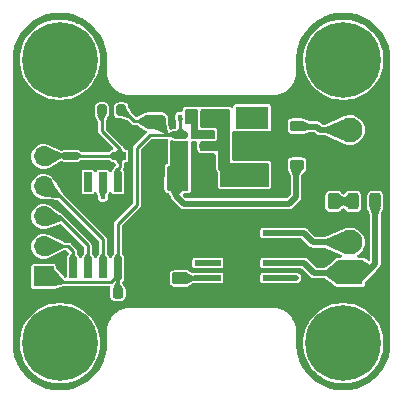
<source format=gbr>
%TF.GenerationSoftware,KiCad,Pcbnew,7.0.2-0*%
%TF.CreationDate,2023-05-15T10:38:26-07:00*%
%TF.ProjectId,RagGuard_V2,52616747-7561-4726-945f-56322e6b6963,rev?*%
%TF.SameCoordinates,Original*%
%TF.FileFunction,Copper,L1,Top*%
%TF.FilePolarity,Positive*%
%FSLAX46Y46*%
G04 Gerber Fmt 4.6, Leading zero omitted, Abs format (unit mm)*
G04 Created by KiCad (PCBNEW 7.0.2-0) date 2023-05-15 10:38:26*
%MOMM*%
%LPD*%
G01*
G04 APERTURE LIST*
G04 Aperture macros list*
%AMRoundRect*
0 Rectangle with rounded corners*
0 $1 Rounding radius*
0 $2 $3 $4 $5 $6 $7 $8 $9 X,Y pos of 4 corners*
0 Add a 4 corners polygon primitive as box body*
4,1,4,$2,$3,$4,$5,$6,$7,$8,$9,$2,$3,0*
0 Add four circle primitives for the rounded corners*
1,1,$1+$1,$2,$3*
1,1,$1+$1,$4,$5*
1,1,$1+$1,$6,$7*
1,1,$1+$1,$8,$9*
0 Add four rect primitives between the rounded corners*
20,1,$1+$1,$2,$3,$4,$5,0*
20,1,$1+$1,$4,$5,$6,$7,0*
20,1,$1+$1,$6,$7,$8,$9,0*
20,1,$1+$1,$8,$9,$2,$3,0*%
G04 Aperture macros list end*
%TA.AperFunction,SMDPad,CuDef*%
%ADD10RoundRect,0.150000X-0.512500X-0.150000X0.512500X-0.150000X0.512500X0.150000X-0.512500X0.150000X0*%
%TD*%
%TA.AperFunction,SMDPad,CuDef*%
%ADD11RoundRect,0.250000X-0.325000X-0.650000X0.325000X-0.650000X0.325000X0.650000X-0.325000X0.650000X0*%
%TD*%
%TA.AperFunction,ComponentPad*%
%ADD12C,3.600000*%
%TD*%
%TA.AperFunction,ConnectorPad*%
%ADD13C,6.400000*%
%TD*%
%TA.AperFunction,SMDPad,CuDef*%
%ADD14R,0.650000X1.700000*%
%TD*%
%TA.AperFunction,SMDPad,CuDef*%
%ADD15RoundRect,0.225000X0.375000X-0.225000X0.375000X0.225000X-0.375000X0.225000X-0.375000X-0.225000X0*%
%TD*%
%TA.AperFunction,SMDPad,CuDef*%
%ADD16RoundRect,0.250000X0.262500X0.450000X-0.262500X0.450000X-0.262500X-0.450000X0.262500X-0.450000X0*%
%TD*%
%TA.AperFunction,SMDPad,CuDef*%
%ADD17R,2.200000X0.500000*%
%TD*%
%TA.AperFunction,ComponentPad*%
%ADD18C,0.630000*%
%TD*%
%TA.AperFunction,SMDPad,CuDef*%
%ADD19R,2.950000X4.900000*%
%TD*%
%TA.AperFunction,SMDPad,CuDef*%
%ADD20RoundRect,0.250000X0.450000X-0.262500X0.450000X0.262500X-0.450000X0.262500X-0.450000X-0.262500X0*%
%TD*%
%TA.AperFunction,ComponentPad*%
%ADD21R,2.100000X2.100000*%
%TD*%
%TA.AperFunction,ComponentPad*%
%ADD22C,2.100000*%
%TD*%
%TA.AperFunction,SMDPad,CuDef*%
%ADD23RoundRect,0.225000X0.225000X0.250000X-0.225000X0.250000X-0.225000X-0.250000X0.225000X-0.250000X0*%
%TD*%
%TA.AperFunction,SMDPad,CuDef*%
%ADD24R,2.790000X1.903000*%
%TD*%
%TA.AperFunction,SMDPad,CuDef*%
%ADD25R,1.050000X0.650000*%
%TD*%
%TA.AperFunction,SMDPad,CuDef*%
%ADD26RoundRect,0.243750X-0.243750X-0.456250X0.243750X-0.456250X0.243750X0.456250X-0.243750X0.456250X0*%
%TD*%
%TA.AperFunction,SMDPad,CuDef*%
%ADD27RoundRect,0.250000X-0.650000X0.325000X-0.650000X-0.325000X0.650000X-0.325000X0.650000X0.325000X0*%
%TD*%
%TA.AperFunction,SMDPad,CuDef*%
%ADD28RoundRect,0.200000X0.200000X0.275000X-0.200000X0.275000X-0.200000X-0.275000X0.200000X-0.275000X0*%
%TD*%
%TA.AperFunction,ComponentPad*%
%ADD29R,1.700000X1.700000*%
%TD*%
%TA.AperFunction,ComponentPad*%
%ADD30O,1.700000X1.700000*%
%TD*%
%TA.AperFunction,ViaPad*%
%ADD31C,0.450000*%
%TD*%
%TA.AperFunction,Conductor*%
%ADD32C,0.250000*%
%TD*%
%TA.AperFunction,Conductor*%
%ADD33C,0.500000*%
%TD*%
G04 APERTURE END LIST*
D10*
%TO.P,U2,1,FB*%
%TO.N,+5V*%
X196193517Y-108344119D03*
%TO.P,U2,2,EN*%
%TO.N,+12V*%
X196193517Y-109294119D03*
%TO.P,U2,3,IN*%
X196193517Y-110244119D03*
%TO.P,U2,4,GND*%
%TO.N,GND*%
X198468517Y-110244119D03*
%TO.P,U2,5,SW*%
%TO.N,Net-(U2-SW)*%
X198468517Y-109294119D03*
%TO.P,U2,6,BST*%
%TO.N,Net-(U2-BST)*%
X198468517Y-108344119D03*
%TD*%
D11*
%TO.P,C1,1*%
%TO.N,+12V*%
X195834490Y-112209274D03*
%TO.P,C1,2*%
%TO.N,GND*%
X198784490Y-112209274D03*
%TD*%
D12*
%TO.P,H2,1,1*%
%TO.N,unconnected-(H2-Pad1)*%
X186000000Y-126000000D03*
D13*
X186000000Y-126000000D03*
%TD*%
D12*
%TO.P,H4,1,1*%
%TO.N,unconnected-(H4-Pad1)*%
X210000000Y-126000000D03*
D13*
X210000000Y-126000000D03*
%TD*%
D12*
%TO.P,H1,1,1*%
%TO.N,unconnected-(H1-Pad1)*%
X186000000Y-102000000D03*
D13*
X186000000Y-102000000D03*
%TD*%
D14*
%TO.P,U1,1,~{RESET}/PB5*%
%TO.N,Net-(J4-Pin_5)*%
X190905000Y-112350000D03*
%TO.P,U1,2,XTAL1/PB3*%
%TO.N,MOTOR_CTRL*%
X189635000Y-112350000D03*
%TO.P,U1,3,XTAL2/PB4*%
%TO.N,unconnected-(U1-XTAL2{slash}PB4-Pad3)*%
X188365000Y-112350000D03*
%TO.P,U1,4,GND*%
%TO.N,GND*%
X187095000Y-112350000D03*
%TO.P,U1,5,AREF/PB0*%
%TO.N,Net-(J4-Pin_2)*%
X187095000Y-119650000D03*
%TO.P,U1,6,PB1*%
%TO.N,Net-(J4-Pin_3)*%
X188365000Y-119650000D03*
%TO.P,U1,7,PB2*%
%TO.N,Net-(J4-Pin_4)*%
X189635000Y-119650000D03*
%TO.P,U1,8,VCC*%
%TO.N,+5V*%
X190905000Y-119650000D03*
%TD*%
D15*
%TO.P,D2,1,K*%
%TO.N,+12V*%
X206082351Y-110918376D03*
%TO.P,D2,2,A*%
%TO.N,Net-(D2-A)*%
X206082351Y-107618376D03*
%TD*%
D16*
%TO.P,R2,1*%
%TO.N,Net-(D1-K)*%
X209181961Y-113995799D03*
%TO.P,R2,2*%
%TO.N,GND*%
X207356961Y-113995799D03*
%TD*%
D17*
%TO.P,U3,1,GND*%
%TO.N,GND*%
X198535000Y-116675000D03*
%TO.P,U3,2,IN2*%
X198535000Y-117945000D03*
%TO.P,U3,3,IN1*%
%TO.N,MOTOR_CTRL*%
X198535000Y-119215000D03*
%TO.P,U3,4,ILIM*%
%TO.N,Net-(U3-ILIM)*%
X198535000Y-120485000D03*
%TO.P,U3,5,VM*%
%TO.N,+12V*%
X204285000Y-120485000D03*
%TO.P,U3,6,OUT1*%
%TO.N,Net-(D1-A)*%
X204285000Y-119215000D03*
%TO.P,U3,7,GND*%
%TO.N,GND*%
X204285000Y-117945000D03*
%TO.P,U3,8,OUT2*%
%TO.N,Net-(J2-Pin_2)*%
X204285000Y-116675000D03*
D18*
%TO.P,U3,9,GND*%
%TO.N,GND*%
X200760000Y-117280000D03*
X200760000Y-118580000D03*
X200760000Y-119880000D03*
D19*
X201410000Y-118580000D03*
D18*
X202060000Y-117280000D03*
X202060000Y-118580000D03*
X202060000Y-119880000D03*
%TD*%
D20*
%TO.P,R1,1*%
%TO.N,Net-(U3-ILIM)*%
X196210000Y-120512500D03*
%TO.P,R1,2*%
%TO.N,GND*%
X196210000Y-118687500D03*
%TD*%
D21*
%TO.P,J1,1,Pin_1*%
%TO.N,GND*%
X210566000Y-110490000D03*
D22*
%TO.P,J1,2,Pin_2*%
%TO.N,Net-(D2-A)*%
X210566000Y-107950000D03*
%TD*%
D23*
%TO.P,C5,1*%
%TO.N,+5V*%
X190915000Y-121730000D03*
%TO.P,C5,2*%
%TO.N,GND*%
X189365000Y-121730000D03*
%TD*%
D24*
%TO.P,L1,1*%
%TO.N,Net-(U2-SW)*%
X202289724Y-111771249D03*
%TO.P,L1,2*%
%TO.N,+5V*%
X202289724Y-106918249D03*
%TD*%
D25*
%TO.P,SW1,1,1*%
%TO.N,Net-(J4-Pin_5)*%
X191071643Y-110140493D03*
X186921643Y-110140493D03*
%TO.P,SW1,2,2*%
%TO.N,GND*%
X191071643Y-107990493D03*
X186921643Y-107990493D03*
%TD*%
D26*
%TO.P,D1,1,K*%
%TO.N,Net-(D1-K)*%
X210831961Y-113995799D03*
%TO.P,D1,2,A*%
%TO.N,Net-(D1-A)*%
X212706961Y-113995799D03*
%TD*%
D21*
%TO.P,J2,1,Pin_1*%
%TO.N,Net-(D1-A)*%
X210566000Y-120000000D03*
D22*
%TO.P,J2,2,Pin_2*%
%TO.N,Net-(J2-Pin_2)*%
X210566000Y-117460000D03*
%TD*%
D23*
%TO.P,C2,1*%
%TO.N,Net-(U2-SW)*%
X198743517Y-106744119D03*
%TO.P,C2,2*%
%TO.N,Net-(U2-BST)*%
X197193517Y-106744119D03*
%TD*%
D27*
%TO.P,C4,1*%
%TO.N,+5V*%
X194052627Y-107240246D03*
%TO.P,C4,2*%
%TO.N,GND*%
X194052627Y-110190246D03*
%TD*%
D28*
%TO.P,R3,1*%
%TO.N,+5V*%
X191211715Y-106292349D03*
%TO.P,R3,2*%
%TO.N,Net-(J4-Pin_5)*%
X189561715Y-106292349D03*
%TD*%
D12*
%TO.P,H3,1,1*%
%TO.N,unconnected-(H3-Pad1)*%
X210000000Y-102000000D03*
D13*
X210000000Y-102000000D03*
%TD*%
D29*
%TO.P,J4,1,Pin_1*%
%TO.N,+5V*%
X184625000Y-120350000D03*
D30*
%TO.P,J4,2,Pin_2*%
%TO.N,Net-(J4-Pin_2)*%
X184625000Y-117810000D03*
%TO.P,J4,3,Pin_3*%
%TO.N,Net-(J4-Pin_3)*%
X184625000Y-115270000D03*
%TO.P,J4,4,Pin_4*%
%TO.N,Net-(J4-Pin_4)*%
X184625000Y-112730000D03*
%TO.P,J4,5,Pin_5*%
%TO.N,Net-(J4-Pin_5)*%
X184625000Y-110190000D03*
%TO.P,J4,6,Pin_6*%
%TO.N,GND*%
X184625000Y-107650000D03*
%TD*%
D31*
%TO.N,GND*%
X197612000Y-112522000D03*
X197320000Y-110260000D03*
X197330000Y-109300000D03*
X197612000Y-111760000D03*
%TO.N,+5V*%
X202289724Y-106918249D03*
X196193486Y-106813444D03*
%TO.N,+12V*%
X205417724Y-114184524D03*
X205993999Y-120487267D03*
%TO.N,MOTOR_CTRL*%
X198535000Y-119215000D03*
X189640000Y-113640000D03*
%TD*%
D32*
%TO.N,+5V*%
X190905000Y-120235000D02*
X190905000Y-119650000D01*
X191211715Y-106292349D02*
X191382349Y-106292349D01*
X191382349Y-106292349D02*
X192278000Y-107188000D01*
X192278000Y-107188000D02*
X194000381Y-107188000D01*
X196193517Y-106813475D02*
X196193486Y-106813444D01*
X194000381Y-107188000D02*
X194052627Y-107240246D01*
X190905000Y-115927000D02*
X190905000Y-119650000D01*
X190905000Y-119650000D02*
X190905000Y-121669687D01*
X184625000Y-120350000D02*
X185100000Y-120825000D01*
X190315000Y-120825000D02*
X190905000Y-120235000D01*
X192532000Y-109474000D02*
X192532000Y-114300000D01*
X192532000Y-114300000D02*
X190905000Y-115927000D01*
X195156500Y-108344119D02*
X193661881Y-108344119D01*
X195156500Y-108344119D02*
X196193517Y-108344119D01*
X196193517Y-108344119D02*
X196193517Y-106813475D01*
X194052627Y-107240246D02*
X195156500Y-108344119D01*
X193661881Y-108344119D02*
X192532000Y-109474000D01*
X185100000Y-120825000D02*
X190315000Y-120825000D01*
D33*
%TO.N,Net-(D1-K)*%
X210831961Y-113995799D02*
X209181961Y-113995799D01*
D32*
%TO.N,Net-(J4-Pin_5)*%
X184674507Y-110140493D02*
X184625000Y-110190000D01*
X189561715Y-106292349D02*
X189561715Y-108027715D01*
X189561715Y-108027715D02*
X191071643Y-109537643D01*
X191071643Y-111068357D02*
X191071643Y-110140493D01*
X191071643Y-109537643D02*
X191071643Y-110140493D01*
X190905000Y-111235000D02*
X191071643Y-111068357D01*
X186921643Y-110140493D02*
X191071643Y-110140493D01*
X190905000Y-112350000D02*
X190905000Y-111235000D01*
X186921643Y-110140493D02*
X184674507Y-110140493D01*
D33*
%TO.N,Net-(D1-A)*%
X212001597Y-119976403D02*
X212706961Y-119271039D01*
X209950000Y-120050000D02*
X210023597Y-119976403D01*
X212706961Y-119271039D02*
X212706961Y-113995799D01*
X207520000Y-120050000D02*
X209950000Y-120050000D01*
X206685000Y-119215000D02*
X207520000Y-120050000D01*
X204285000Y-119215000D02*
X206685000Y-119215000D01*
X210023597Y-119976403D02*
X212001597Y-119976403D01*
%TO.N,+12V*%
X205417724Y-114184524D02*
X205993999Y-113608249D01*
X205993999Y-113608249D02*
X205993999Y-111006728D01*
X196480524Y-114184524D02*
X195834490Y-113538490D01*
X205991732Y-120485000D02*
X205993999Y-120487267D01*
X195834490Y-113538490D02*
X195834490Y-112209274D01*
X205993999Y-111006728D02*
X206082351Y-110918376D01*
X204285000Y-120485000D02*
X205991732Y-120485000D01*
X205417724Y-114184524D02*
X196480524Y-114184524D01*
%TO.N,Net-(J2-Pin_2)*%
X207450000Y-117460000D02*
X210000000Y-117460000D01*
X206665000Y-116675000D02*
X207450000Y-117460000D01*
X204285000Y-116675000D02*
X206665000Y-116675000D01*
D32*
%TO.N,Net-(J4-Pin_2)*%
X184625000Y-117810000D02*
X186710000Y-117810000D01*
X187095000Y-118195000D02*
X187095000Y-119650000D01*
X186710000Y-117810000D02*
X187095000Y-118195000D01*
%TO.N,Net-(J4-Pin_3)*%
X188365000Y-117725000D02*
X188365000Y-119650000D01*
X184625000Y-115270000D02*
X185910000Y-115270000D01*
X185910000Y-115270000D02*
X188365000Y-117725000D01*
%TO.N,Net-(J4-Pin_4)*%
X189635000Y-117185000D02*
X189635000Y-119650000D01*
X184625000Y-112730000D02*
X185180000Y-112730000D01*
X185180000Y-112730000D02*
X189635000Y-117185000D01*
%TO.N,Net-(U3-ILIM)*%
X196210000Y-120512500D02*
X198507500Y-120512500D01*
X198507500Y-120512500D02*
X198535000Y-120485000D01*
%TO.N,MOTOR_CTRL*%
X189635000Y-112350000D02*
X189635000Y-113635000D01*
X189635000Y-113635000D02*
X189640000Y-113640000D01*
D33*
%TO.N,Net-(D2-A)*%
X206123166Y-107659191D02*
X206082351Y-107618376D01*
X208069083Y-107950000D02*
X207778274Y-107659191D01*
X210566000Y-107950000D02*
X208069083Y-107950000D01*
X207778274Y-107659191D02*
X206123166Y-107659191D01*
%TD*%
%TA.AperFunction,Conductor*%
%TO.N,+12V*%
G36*
X195497690Y-108802857D02*
G01*
X195539603Y-108820321D01*
X195546959Y-108823221D01*
X195547808Y-108823537D01*
X195547894Y-108823549D01*
X195560558Y-108828283D01*
X195560461Y-108828541D01*
X195578121Y-108833957D01*
X195579626Y-108834693D01*
X195647754Y-108844619D01*
X195647757Y-108844619D01*
X196739277Y-108844619D01*
X196753339Y-108842570D01*
X196822517Y-108852382D01*
X196875407Y-108898037D01*
X196895219Y-108965039D01*
X196895219Y-108965325D01*
X196894709Y-110215473D01*
X196893183Y-110234813D01*
X196889195Y-110259996D01*
X196893148Y-110284954D01*
X196894674Y-110304399D01*
X196893581Y-112990566D01*
X196873869Y-113057598D01*
X196821047Y-113103331D01*
X196767621Y-113114501D01*
X195192142Y-113089592D01*
X195125422Y-113068850D01*
X195080507Y-113015329D01*
X195070102Y-112965490D01*
X195071881Y-111121880D01*
X195091630Y-111054860D01*
X195144478Y-111009156D01*
X195195881Y-110998000D01*
X195326000Y-110998000D01*
X195326000Y-108917319D01*
X195345685Y-108850280D01*
X195398489Y-108804525D01*
X195467647Y-108794581D01*
X195497690Y-108802857D01*
G37*
%TD.AperFunction*%
%TD*%
%TA.AperFunction,Conductor*%
%TO.N,Net-(J4-Pin_5)*%
G36*
X191079903Y-110147778D02*
G01*
X191079929Y-110147804D01*
X191390129Y-110458959D01*
X191393543Y-110467237D01*
X191391807Y-110473351D01*
X191200069Y-110784925D01*
X191192815Y-110790175D01*
X191190105Y-110790493D01*
X190953181Y-110790493D01*
X190944908Y-110787066D01*
X190943217Y-110784925D01*
X190866521Y-110660295D01*
X190751477Y-110473349D01*
X190750060Y-110464509D01*
X190753154Y-110458961D01*
X191063357Y-110147803D01*
X191071625Y-110144364D01*
X191079903Y-110147778D01*
G37*
%TD.AperFunction*%
%TD*%
%TA.AperFunction,Conductor*%
%TO.N,Net-(J4-Pin_5)*%
G36*
X187452787Y-109819274D02*
G01*
X187766075Y-110012066D01*
X187771325Y-110019320D01*
X187771643Y-110022030D01*
X187771643Y-110258955D01*
X187768216Y-110267228D01*
X187766075Y-110268919D01*
X187452787Y-110461711D01*
X187443945Y-110463129D01*
X187440505Y-110461700D01*
X187112369Y-110258955D01*
X186936750Y-110150445D01*
X186931514Y-110143182D01*
X186932948Y-110134343D01*
X186936750Y-110130540D01*
X187440506Y-109819284D01*
X187449344Y-109817851D01*
X187452787Y-109819274D01*
G37*
%TD.AperFunction*%
%TD*%
%TA.AperFunction,Conductor*%
%TO.N,Net-(J4-Pin_5)*%
G36*
X190552780Y-109819285D02*
G01*
X191056534Y-110130540D01*
X191061771Y-110137804D01*
X191060337Y-110146643D01*
X191056534Y-110150446D01*
X190552780Y-110461700D01*
X190543941Y-110463134D01*
X190540498Y-110461711D01*
X190227211Y-110268919D01*
X190221961Y-110261665D01*
X190221643Y-110258955D01*
X190221643Y-110022030D01*
X190225070Y-110013757D01*
X190227207Y-110012068D01*
X190540499Y-109819273D01*
X190549340Y-109817856D01*
X190552780Y-109819285D01*
G37*
%TD.AperFunction*%
%TD*%
%TA.AperFunction,Conductor*%
%TO.N,Net-(D1-K)*%
G36*
X209689659Y-113487114D02*
G01*
X210200494Y-113742565D01*
X210206361Y-113749331D01*
X210206961Y-113753030D01*
X210206961Y-114238567D01*
X210203534Y-114246840D01*
X210200494Y-114249032D01*
X209689661Y-114504482D01*
X209680729Y-114505117D01*
X209676062Y-114502196D01*
X209425384Y-114245799D01*
X209188956Y-114003977D01*
X209185624Y-113995667D01*
X209188956Y-113987620D01*
X209676063Y-113489400D01*
X209684296Y-113485881D01*
X209689659Y-113487114D01*
G37*
%TD.AperFunction*%
%TD*%
%TA.AperFunction,Conductor*%
%TO.N,Net-(D1-A)*%
G36*
X209523275Y-119032071D02*
G01*
X210557983Y-119991638D01*
X210561719Y-119999776D01*
X210558606Y-120008173D01*
X210558200Y-120008589D01*
X209523060Y-121019025D01*
X209514746Y-121022352D01*
X209508014Y-121020121D01*
X209506504Y-121019025D01*
X208520825Y-120303502D01*
X208516144Y-120295871D01*
X208516000Y-120294048D01*
X208516000Y-119805732D01*
X208519426Y-119797462D01*
X208520518Y-119796499D01*
X209508156Y-119031400D01*
X209516793Y-119029043D01*
X209523275Y-119032071D01*
G37*
%TD.AperFunction*%
%TD*%
%TA.AperFunction,Conductor*%
%TO.N,Net-(J4-Pin_3)*%
G36*
X188491735Y-118478427D02*
G01*
X188493426Y-118480568D01*
X188686975Y-118795084D01*
X188688393Y-118803926D01*
X188687941Y-118805390D01*
X188375930Y-119622380D01*
X188369777Y-119628886D01*
X188360826Y-119629136D01*
X188354320Y-119622983D01*
X188354070Y-119622380D01*
X188042058Y-118805390D01*
X188042308Y-118796439D01*
X188043016Y-118795098D01*
X188236573Y-118480568D01*
X188243828Y-118475318D01*
X188246538Y-118475000D01*
X188483462Y-118475000D01*
X188491735Y-118478427D01*
G37*
%TD.AperFunction*%
%TD*%
%TA.AperFunction,Conductor*%
%TO.N,Net-(U3-ILIM)*%
G36*
X198483171Y-120474077D02*
G01*
X198490579Y-120479108D01*
X198492260Y-120487904D01*
X198487229Y-120495312D01*
X198483393Y-120496945D01*
X197438497Y-120734205D01*
X197431655Y-120733695D01*
X197192449Y-120640405D01*
X197185986Y-120634207D01*
X197185000Y-120629505D01*
X197185000Y-120394599D01*
X197188427Y-120386326D01*
X197191295Y-120384222D01*
X197431308Y-120259280D01*
X197439074Y-120258201D01*
X198483171Y-120474077D01*
G37*
%TD.AperFunction*%
%TD*%
%TA.AperFunction,Conductor*%
%TO.N,+12V*%
G36*
X196390460Y-112954945D02*
G01*
X196307988Y-113107234D01*
X196307987Y-113107234D01*
X196115161Y-113463302D01*
X196113146Y-113466003D01*
X195771805Y-113807344D01*
X195763532Y-113810771D01*
X195755259Y-113807344D01*
X195753287Y-113804721D01*
X195315325Y-113010029D01*
X195833783Y-112208567D01*
X196390460Y-112954945D01*
G37*
%TD.AperFunction*%
%TD*%
%TA.AperFunction,Conductor*%
%TO.N,Net-(J4-Pin_4)*%
G36*
X189761735Y-118478427D02*
G01*
X189763426Y-118480568D01*
X189956975Y-118795084D01*
X189958393Y-118803926D01*
X189957941Y-118805390D01*
X189645930Y-119622380D01*
X189639777Y-119628886D01*
X189630826Y-119629136D01*
X189624320Y-119622983D01*
X189624070Y-119622380D01*
X189312058Y-118805390D01*
X189312308Y-118796439D01*
X189313016Y-118795098D01*
X189506573Y-118480568D01*
X189513828Y-118475318D01*
X189516538Y-118475000D01*
X189753462Y-118475000D01*
X189761735Y-118478427D01*
G37*
%TD.AperFunction*%
%TD*%
%TA.AperFunction,Conductor*%
%TO.N,+5V*%
G36*
X196392291Y-106895748D02*
G01*
X196398596Y-106902105D01*
X196399176Y-106909135D01*
X196320589Y-107254335D01*
X196315411Y-107261641D01*
X196309181Y-107263438D01*
X196077852Y-107263438D01*
X196069579Y-107260011D01*
X196066444Y-107254337D01*
X196033610Y-107110223D01*
X195987797Y-106909135D01*
X195989301Y-106900309D01*
X195994681Y-106895747D01*
X196188966Y-106814337D01*
X196197917Y-106814301D01*
X196392291Y-106895748D01*
G37*
%TD.AperFunction*%
%TD*%
%TA.AperFunction,Conductor*%
%TO.N,Net-(J4-Pin_5)*%
G36*
X186402780Y-109819285D02*
G01*
X186906534Y-110130540D01*
X186911771Y-110137804D01*
X186910337Y-110146643D01*
X186906534Y-110150446D01*
X186402780Y-110461700D01*
X186393941Y-110463134D01*
X186390498Y-110461711D01*
X186077211Y-110268919D01*
X186071961Y-110261665D01*
X186071643Y-110258955D01*
X186071643Y-110022030D01*
X186075070Y-110013757D01*
X186077207Y-110012068D01*
X186390499Y-109819273D01*
X186399340Y-109817856D01*
X186402780Y-109819285D01*
G37*
%TD.AperFunction*%
%TD*%
%TA.AperFunction,Conductor*%
%TO.N,Net-(U2-SW)*%
G36*
X200349039Y-106191685D02*
G01*
X200394794Y-106244489D01*
X200406000Y-106295999D01*
X200406000Y-110744000D01*
X203584000Y-110744000D01*
X203651039Y-110763685D01*
X203696794Y-110816489D01*
X203708000Y-110868000D01*
X203708000Y-112652000D01*
X203688315Y-112719039D01*
X203635511Y-112764794D01*
X203584000Y-112776000D01*
X199683990Y-112776000D01*
X199616951Y-112756315D01*
X199571196Y-112703511D01*
X199559990Y-112652000D01*
X199559990Y-111507900D01*
X199559989Y-111507899D01*
X199559990Y-111505008D01*
X199557136Y-111474575D01*
X199512283Y-111346392D01*
X199431640Y-111237124D01*
X199431639Y-111237123D01*
X199420542Y-111222087D01*
X199422796Y-111220423D01*
X199398113Y-111187910D01*
X199390000Y-111143794D01*
X199390000Y-109728000D01*
X197990000Y-109728000D01*
X197922961Y-109708315D01*
X197877206Y-109655511D01*
X197866000Y-109604000D01*
X197866000Y-109041500D01*
X197885685Y-108974461D01*
X197938489Y-108928706D01*
X197990000Y-108917500D01*
X199008678Y-108917500D01*
X199012000Y-108917500D01*
X199055684Y-108912803D01*
X199107195Y-108901597D01*
X199108732Y-108901232D01*
X199117350Y-108899121D01*
X199117368Y-108899111D01*
X199117373Y-108899110D01*
X199198085Y-108856100D01*
X199250889Y-108810345D01*
X199268843Y-108792754D01*
X199313490Y-108712937D01*
X199333175Y-108645898D01*
X199341500Y-108588000D01*
X199341500Y-108074720D01*
X199336676Y-108030456D01*
X199325170Y-107978292D01*
X199324776Y-107976663D01*
X199322507Y-107967570D01*
X199279017Y-107887083D01*
X199252681Y-107857044D01*
X199232958Y-107834547D01*
X199215263Y-107816695D01*
X199215262Y-107816694D01*
X199215261Y-107816693D01*
X199135191Y-107772512D01*
X199135188Y-107772511D01*
X199068037Y-107753215D01*
X199010092Y-107745225D01*
X199010090Y-107745225D01*
X198033105Y-107750884D01*
X197965953Y-107731588D01*
X197919893Y-107679050D01*
X197908387Y-107626886D01*
X197908387Y-106306639D01*
X197908387Y-106306638D01*
X197908387Y-106303375D01*
X197908257Y-106302147D01*
X197924306Y-106234534D01*
X197974633Y-106186068D01*
X198031999Y-106172000D01*
X200282000Y-106172000D01*
X200349039Y-106191685D01*
G37*
%TD.AperFunction*%
%TD*%
%TA.AperFunction,Conductor*%
%TO.N,Net-(D2-A)*%
G36*
X210168667Y-106990733D02*
G01*
X210168751Y-106990930D01*
X210565136Y-107945513D01*
X210565144Y-107954468D01*
X210565136Y-107954487D01*
X210168751Y-108909069D01*
X210162414Y-108915395D01*
X210153459Y-108915387D01*
X210153262Y-108915303D01*
X208523016Y-108203065D01*
X208516807Y-108196613D01*
X208516000Y-108192344D01*
X208516000Y-107707655D01*
X208519427Y-107699382D01*
X208523012Y-107696936D01*
X210153264Y-106984695D01*
X210162215Y-106984524D01*
X210168667Y-106990733D01*
G37*
%TD.AperFunction*%
%TD*%
%TA.AperFunction,Conductor*%
%TO.N,MOTOR_CTRL*%
G36*
X189645680Y-112377016D02*
G01*
X189645930Y-112377619D01*
X189957941Y-113194609D01*
X189957691Y-113203560D01*
X189956975Y-113204915D01*
X189763426Y-113519432D01*
X189756172Y-113524682D01*
X189753462Y-113525000D01*
X189516538Y-113525000D01*
X189508265Y-113521573D01*
X189506574Y-113519432D01*
X189423623Y-113384639D01*
X189313023Y-113204913D01*
X189311606Y-113196073D01*
X189312054Y-113194620D01*
X189624070Y-112377618D01*
X189630223Y-112371113D01*
X189639174Y-112370863D01*
X189645680Y-112377016D01*
G37*
%TD.AperFunction*%
%TD*%
%TA.AperFunction,Conductor*%
%TO.N,Net-(U2-BST)*%
G36*
X197579820Y-106179378D02*
G01*
X197646707Y-106199565D01*
X197692064Y-106252711D01*
X197702887Y-106303375D01*
X197702887Y-107958302D01*
X199011283Y-107950722D01*
X199078434Y-107970018D01*
X199124494Y-108022556D01*
X199136000Y-108074720D01*
X199136000Y-108588000D01*
X199116315Y-108655039D01*
X199063511Y-108700794D01*
X199012000Y-108712000D01*
X197228000Y-108712000D01*
X197160961Y-108692315D01*
X197115206Y-108639511D01*
X197104000Y-108588000D01*
X197104000Y-107442000D01*
X196720000Y-107442000D01*
X196652961Y-107422315D01*
X196607206Y-107369511D01*
X196596000Y-107318000D01*
X196596000Y-106990484D01*
X196601822Y-106966243D01*
X196600132Y-106965976D01*
X196624290Y-106813444D01*
X196600133Y-106660921D01*
X196601820Y-106660653D01*
X196596000Y-106636408D01*
X196596000Y-106296934D01*
X196615685Y-106229895D01*
X196668489Y-106184140D01*
X196720929Y-106172937D01*
X197579820Y-106179378D01*
G37*
%TD.AperFunction*%
%TD*%
%TA.AperFunction,Conductor*%
%TO.N,+5V*%
G36*
X195628412Y-108057962D02*
G01*
X195934420Y-108212644D01*
X196173859Y-108333677D01*
X196179697Y-108340468D01*
X196179023Y-108349397D01*
X196173859Y-108354561D01*
X195628420Y-108630271D01*
X195619491Y-108630945D01*
X195618642Y-108630629D01*
X195238217Y-108472118D01*
X195231898Y-108465773D01*
X195231017Y-108461318D01*
X195231017Y-108226919D01*
X195234444Y-108218646D01*
X195238217Y-108216119D01*
X195618643Y-108057607D01*
X195627597Y-108057589D01*
X195628412Y-108057962D01*
G37*
%TD.AperFunction*%
%TD*%
%TA.AperFunction,Conductor*%
%TO.N,+12V*%
G36*
X206089913Y-110925600D02*
G01*
X206485289Y-111355550D01*
X206488367Y-111363960D01*
X206486969Y-111369035D01*
X206247316Y-111812241D01*
X206240366Y-111817888D01*
X206237024Y-111818376D01*
X205752572Y-111818376D01*
X205744299Y-111814949D01*
X205741416Y-111810202D01*
X205592072Y-111337643D01*
X205592846Y-111328721D01*
X205595709Y-111325153D01*
X206073787Y-110924551D01*
X206082329Y-110921865D01*
X206089913Y-110925600D01*
G37*
%TD.AperFunction*%
%TD*%
%TA.AperFunction,Conductor*%
%TO.N,+5V*%
G36*
X196320070Y-107747546D02*
G01*
X196321903Y-107749924D01*
X196488980Y-108036341D01*
X196490189Y-108045214D01*
X196487161Y-108050495D01*
X196201804Y-108336804D01*
X196193536Y-108340245D01*
X196185258Y-108336832D01*
X196185230Y-108336804D01*
X195899872Y-108050495D01*
X195896459Y-108042217D01*
X195898051Y-108036344D01*
X196065130Y-107749924D01*
X196072259Y-107744504D01*
X196075237Y-107744119D01*
X196311797Y-107744119D01*
X196320070Y-107747546D01*
G37*
%TD.AperFunction*%
%TD*%
%TA.AperFunction,Conductor*%
%TO.N,+5V*%
G36*
X185482166Y-119713507D02*
G01*
X186322195Y-120696717D01*
X186325000Y-120704316D01*
X186325000Y-120941245D01*
X186321573Y-120949518D01*
X186316601Y-120952470D01*
X185481657Y-121198041D01*
X185472753Y-121197087D01*
X185470088Y-121195094D01*
X185215940Y-120941245D01*
X184633501Y-120359490D01*
X184630070Y-120351220D01*
X184633492Y-120342945D01*
X184634698Y-120341892D01*
X185466208Y-119711782D01*
X185474869Y-119709518D01*
X185482166Y-119713507D01*
G37*
%TD.AperFunction*%
%TD*%
%TA.AperFunction,Conductor*%
%TO.N,+5V*%
G36*
X191617265Y-106101559D02*
G01*
X191978293Y-106708348D01*
X191979578Y-106717210D01*
X191976511Y-106722603D01*
X191810597Y-106888517D01*
X191802324Y-106891944D01*
X191800028Y-106891717D01*
X191188592Y-106769365D01*
X191181152Y-106764381D01*
X191179215Y-106757095D01*
X191181571Y-106722603D01*
X191210551Y-106298329D01*
X191214533Y-106290311D01*
X191217003Y-106288658D01*
X191601999Y-106097065D01*
X191610931Y-106096448D01*
X191617265Y-106101559D01*
G37*
%TD.AperFunction*%
%TD*%
%TA.AperFunction,Conductor*%
%TO.N,Net-(J4-Pin_2)*%
G36*
X184960836Y-117029791D02*
G01*
X184961413Y-117030049D01*
X186318366Y-117681814D01*
X186324339Y-117688484D01*
X186325000Y-117692360D01*
X186325000Y-117927639D01*
X186321573Y-117935912D01*
X186318366Y-117938186D01*
X184961413Y-118589950D01*
X184952471Y-118590442D01*
X184945800Y-118584469D01*
X184945542Y-118583892D01*
X184625865Y-117814489D01*
X184625856Y-117805534D01*
X184625865Y-117805511D01*
X184945542Y-117036107D01*
X184951881Y-117029782D01*
X184960836Y-117029791D01*
G37*
%TD.AperFunction*%
%TD*%
%TA.AperFunction,Conductor*%
%TO.N,+5V*%
G36*
X194944082Y-107326243D02*
G01*
X194951984Y-107330454D01*
X194954397Y-107335475D01*
X195121293Y-108127240D01*
X195119647Y-108136042D01*
X195118118Y-108137926D01*
X194951471Y-108304573D01*
X194943198Y-108308000D01*
X194938508Y-108307019D01*
X194932917Y-108304573D01*
X194547704Y-108136042D01*
X193824948Y-107819836D01*
X193818742Y-107813380D01*
X193818821Y-107804658D01*
X194048611Y-107247560D01*
X194054933Y-107241220D01*
X194060556Y-107240378D01*
X194944082Y-107326243D01*
G37*
%TD.AperFunction*%
%TD*%
%TA.AperFunction,Conductor*%
%TO.N,+5V*%
G36*
X191031293Y-120808427D02*
G01*
X191033316Y-120811143D01*
X191343172Y-121385188D01*
X191344086Y-121394096D01*
X191340065Y-121399976D01*
X190922189Y-121725401D01*
X190913556Y-121727781D01*
X190907811Y-121725401D01*
X190489725Y-121399813D01*
X190485303Y-121392026D01*
X190486474Y-121385301D01*
X190486532Y-121385188D01*
X190776753Y-120811418D01*
X190783545Y-120805583D01*
X190787193Y-120805000D01*
X191023020Y-120805000D01*
X191031293Y-120808427D01*
G37*
%TD.AperFunction*%
%TD*%
%TA.AperFunction,Conductor*%
%TO.N,Net-(D1-A)*%
G36*
X212714548Y-114003935D02*
G01*
X212715868Y-114005255D01*
X213171582Y-114540251D01*
X213174338Y-114548771D01*
X213173741Y-114551636D01*
X212959673Y-115175397D01*
X212953747Y-115182110D01*
X212948607Y-115183299D01*
X212465315Y-115183299D01*
X212457042Y-115179872D01*
X212454249Y-115175397D01*
X212240180Y-114551636D01*
X212240735Y-114542698D01*
X212242336Y-114540254D01*
X212698054Y-114005254D01*
X212706028Y-114001179D01*
X212714548Y-114003935D01*
G37*
%TD.AperFunction*%
%TD*%
%TA.AperFunction,Conductor*%
%TO.N,Net-(U3-ILIM)*%
G36*
X196762975Y-120023066D02*
G01*
X197416460Y-120384162D01*
X197422042Y-120391162D01*
X197422500Y-120394402D01*
X197422500Y-120630597D01*
X197419073Y-120638870D01*
X197416459Y-120640838D01*
X196762975Y-121001933D01*
X196754076Y-121002934D01*
X196749476Y-121000377D01*
X196218621Y-120521185D01*
X196214776Y-120513098D01*
X196217776Y-120504660D01*
X196218621Y-120503815D01*
X196749476Y-120024622D01*
X196757914Y-120021622D01*
X196762975Y-120023066D01*
G37*
%TD.AperFunction*%
%TD*%
%TA.AperFunction,Conductor*%
%TO.N,Net-(J4-Pin_5)*%
G36*
X184960963Y-109409486D02*
G01*
X184961248Y-109409610D01*
X186308233Y-110012396D01*
X186314384Y-110018902D01*
X186315153Y-110023074D01*
X186315153Y-110258390D01*
X186311726Y-110266663D01*
X186308851Y-110268770D01*
X184961592Y-110969415D01*
X184952671Y-110970192D01*
X184945814Y-110964433D01*
X184945389Y-110963524D01*
X184625865Y-110194489D01*
X184625856Y-110185534D01*
X184625865Y-110185511D01*
X184693356Y-110023074D01*
X184945669Y-109415801D01*
X184952008Y-109409477D01*
X184960963Y-109409486D01*
G37*
%TD.AperFunction*%
%TD*%
%TA.AperFunction,Conductor*%
%TO.N,Net-(D2-A)*%
G36*
X206551028Y-107188596D02*
G01*
X207124802Y-107406326D01*
X207131321Y-107412465D01*
X207132351Y-107417265D01*
X207132351Y-107899977D01*
X207128924Y-107908250D01*
X207123395Y-107911351D01*
X206549591Y-108049768D01*
X206540745Y-108048377D01*
X206538848Y-108046933D01*
X206090479Y-107626926D01*
X206086784Y-107618769D01*
X206089939Y-107610388D01*
X206090471Y-107609856D01*
X206538891Y-107190984D01*
X206547275Y-107187842D01*
X206551028Y-107188596D01*
G37*
%TD.AperFunction*%
%TD*%
%TA.AperFunction,Conductor*%
%TO.N,Net-(J4-Pin_5)*%
G36*
X190867364Y-111112929D02*
G01*
X190869420Y-111114567D01*
X191035558Y-111280705D01*
X191036040Y-111281216D01*
X191225289Y-111494686D01*
X191228213Y-111503150D01*
X191227461Y-111506631D01*
X190915790Y-112320675D01*
X190909631Y-112327176D01*
X190900680Y-112327419D01*
X190894179Y-112321260D01*
X190893808Y-112320321D01*
X190612577Y-111505289D01*
X190613118Y-111496352D01*
X190613716Y-111495273D01*
X190851238Y-111116621D01*
X190858535Y-111111435D01*
X190867364Y-111112929D01*
G37*
%TD.AperFunction*%
%TD*%
%TA.AperFunction,Conductor*%
%TO.N,Net-(J4-Pin_2)*%
G36*
X187221735Y-118478427D02*
G01*
X187223426Y-118480568D01*
X187416975Y-118795084D01*
X187418393Y-118803926D01*
X187417941Y-118805390D01*
X187105929Y-119622380D01*
X187099776Y-119628886D01*
X187090825Y-119629136D01*
X187084319Y-119622983D01*
X187084080Y-119622408D01*
X186772058Y-118805388D01*
X186772308Y-118796439D01*
X186773016Y-118795098D01*
X186966573Y-118480568D01*
X186973828Y-118475318D01*
X186976538Y-118475000D01*
X187213462Y-118475000D01*
X187221735Y-118478427D01*
G37*
%TD.AperFunction*%
%TD*%
%TA.AperFunction,Conductor*%
%TO.N,+5V*%
G36*
X191031735Y-118478427D02*
G01*
X191033426Y-118480568D01*
X191226975Y-118795084D01*
X191228393Y-118803926D01*
X191227941Y-118805390D01*
X190915930Y-119622380D01*
X190909777Y-119628886D01*
X190900826Y-119629136D01*
X190894320Y-119622983D01*
X190894070Y-119622380D01*
X190582058Y-118805390D01*
X190582308Y-118796439D01*
X190583016Y-118795098D01*
X190776573Y-118480568D01*
X190783828Y-118475318D01*
X190786538Y-118475000D01*
X191023462Y-118475000D01*
X191031735Y-118478427D01*
G37*
%TD.AperFunction*%
%TD*%
%TA.AperFunction,Conductor*%
%TO.N,Net-(J4-Pin_5)*%
G36*
X191132912Y-109426239D02*
G01*
X191134516Y-109428240D01*
X191375518Y-109807800D01*
X191377060Y-109816622D01*
X191374141Y-109822112D01*
X191080406Y-110132681D01*
X191072232Y-110136336D01*
X191063866Y-110133141D01*
X191063848Y-110133124D01*
X190738131Y-109823716D01*
X190734493Y-109815533D01*
X190737706Y-109807175D01*
X190737817Y-109807059D01*
X190949915Y-109592691D01*
X191116367Y-109426238D01*
X191124639Y-109422812D01*
X191132912Y-109426239D01*
G37*
%TD.AperFunction*%
%TD*%
%TA.AperFunction,Conductor*%
%TO.N,Net-(J4-Pin_3)*%
G36*
X185234155Y-114675096D02*
G01*
X186012466Y-115263761D01*
X186281121Y-115466955D01*
X186285652Y-115474679D01*
X186283395Y-115483345D01*
X186282336Y-115484560D01*
X186116962Y-115649934D01*
X186112518Y-115652717D01*
X184960694Y-116051690D01*
X184951755Y-116051159D01*
X184946058Y-116045116D01*
X184627293Y-115276526D01*
X184627289Y-115267571D01*
X184629834Y-115263764D01*
X185218837Y-114676145D01*
X185227113Y-114672729D01*
X185234155Y-114675096D01*
G37*
%TD.AperFunction*%
%TD*%
%TA.AperFunction,Conductor*%
%TO.N,Net-(D1-A)*%
G36*
X211623937Y-118955123D02*
G01*
X212258221Y-119364502D01*
X212260149Y-119366059D01*
X212604776Y-119710686D01*
X212608203Y-119718959D01*
X212605003Y-119726999D01*
X211623100Y-120765170D01*
X211614926Y-120768825D01*
X211607673Y-120766559D01*
X210576273Y-120008774D01*
X210571634Y-120001114D01*
X210573771Y-119992418D01*
X210574920Y-119991079D01*
X211609320Y-118956679D01*
X211617592Y-118953253D01*
X211623937Y-118955123D01*
G37*
%TD.AperFunction*%
%TD*%
%TA.AperFunction,Conductor*%
%TO.N,+5V*%
G36*
X193312832Y-106688651D02*
G01*
X194040845Y-107230728D01*
X194045434Y-107238417D01*
X194043241Y-107247100D01*
X194040717Y-107249590D01*
X193302395Y-107784029D01*
X193293684Y-107786104D01*
X193289073Y-107784305D01*
X192582865Y-107316469D01*
X192577861Y-107309043D01*
X192577627Y-107306715D01*
X192577627Y-107070108D01*
X192581054Y-107061835D01*
X192583933Y-107059725D01*
X193300454Y-106687651D01*
X193309375Y-106686881D01*
X193312832Y-106688651D01*
G37*
%TD.AperFunction*%
%TD*%
%TA.AperFunction,Conductor*%
%TO.N,Net-(J4-Pin_4)*%
G36*
X185410276Y-112408434D02*
G01*
X185415592Y-112412858D01*
X185626546Y-112737127D01*
X186110315Y-113480760D01*
X186111954Y-113489563D01*
X186108781Y-113495413D01*
X185942455Y-113661739D01*
X185934182Y-113665166D01*
X185933422Y-113665141D01*
X184635930Y-113580711D01*
X184627897Y-113576754D01*
X184624990Y-113569048D01*
X184624299Y-112737125D01*
X184627719Y-112728851D01*
X184631531Y-112726303D01*
X185401323Y-112408425D01*
X185410276Y-112408434D01*
G37*
%TD.AperFunction*%
%TD*%
%TA.AperFunction,Conductor*%
%TO.N,Net-(J4-Pin_5)*%
G36*
X189569617Y-106298589D02*
G01*
X189831912Y-106538907D01*
X189940002Y-106637941D01*
X189943787Y-106646057D01*
X189942578Y-106651769D01*
X189689940Y-107160850D01*
X189683193Y-107166737D01*
X189679460Y-107167349D01*
X189443970Y-107167349D01*
X189435697Y-107163922D01*
X189433490Y-107160850D01*
X189180851Y-106651769D01*
X189180243Y-106642835D01*
X189183426Y-106637942D01*
X189553812Y-106298589D01*
X189562226Y-106295528D01*
X189569617Y-106298589D01*
G37*
%TD.AperFunction*%
%TD*%
%TA.AperFunction,Conductor*%
%TO.N,MOTOR_CTRL*%
G36*
X189759068Y-113194422D02*
G01*
X189762166Y-113199942D01*
X189845526Y-113544205D01*
X189844143Y-113553052D01*
X189838677Y-113557749D01*
X189644522Y-113639105D01*
X189635567Y-113639142D01*
X189635478Y-113639105D01*
X189441082Y-113557648D01*
X189434776Y-113551290D01*
X189434164Y-113544402D01*
X189434207Y-113544205D01*
X189508016Y-113200239D01*
X189513103Y-113192870D01*
X189519456Y-113190995D01*
X189750795Y-113190995D01*
X189759068Y-113194422D01*
G37*
%TD.AperFunction*%
%TD*%
%TA.AperFunction,Conductor*%
%TO.N,Net-(D1-K)*%
G36*
X210356546Y-113514231D02*
G01*
X210824820Y-113987570D01*
X210828202Y-113995862D01*
X210824820Y-114004028D01*
X210356546Y-114477366D01*
X210348291Y-114480837D01*
X210343156Y-114479681D01*
X209863589Y-114248987D01*
X209857619Y-114242312D01*
X209856961Y-114238443D01*
X209856961Y-113753154D01*
X209860388Y-113744881D01*
X209863586Y-113742611D01*
X210343158Y-113511915D01*
X210352097Y-113511418D01*
X210356546Y-113514231D01*
G37*
%TD.AperFunction*%
%TD*%
%TA.AperFunction,Conductor*%
%TO.N,+5V*%
G36*
X190915680Y-119677016D02*
G01*
X190915930Y-119677619D01*
X191227941Y-120494609D01*
X191227691Y-120503560D01*
X191226975Y-120504915D01*
X191033426Y-120819432D01*
X191026172Y-120824682D01*
X191023462Y-120825000D01*
X190786538Y-120825000D01*
X190778265Y-120821573D01*
X190776574Y-120819432D01*
X190693624Y-120684639D01*
X190583023Y-120504913D01*
X190581606Y-120496073D01*
X190582054Y-120494620D01*
X190894070Y-119677618D01*
X190900223Y-119671113D01*
X190909174Y-119670863D01*
X190915680Y-119677016D01*
G37*
%TD.AperFunction*%
%TD*%
%TA.AperFunction,Conductor*%
%TO.N,Net-(J2-Pin_2)*%
G36*
X210168667Y-116500733D02*
G01*
X210168751Y-116500930D01*
X210565136Y-117455513D01*
X210565144Y-117464468D01*
X210565136Y-117464487D01*
X210168751Y-118419069D01*
X210162414Y-118425395D01*
X210153459Y-118425387D01*
X210153262Y-118425303D01*
X208523016Y-117713065D01*
X208516807Y-117706613D01*
X208516000Y-117702344D01*
X208516000Y-117217655D01*
X208519427Y-117209382D01*
X208523012Y-117206936D01*
X210153264Y-116494695D01*
X210162215Y-116494524D01*
X210168667Y-116500733D01*
G37*
%TD.AperFunction*%
%TD*%
%TA.AperFunction,Conductor*%
%TO.N,GND*%
G36*
X186172951Y-98008495D02*
G01*
X186369795Y-98018166D01*
X186380787Y-98019201D01*
X186563357Y-98044668D01*
X186747242Y-98071946D01*
X186757422Y-98073894D01*
X186939341Y-98116681D01*
X187117878Y-98161402D01*
X187127095Y-98164097D01*
X187304478Y-98223550D01*
X187306618Y-98224292D01*
X187478220Y-98285692D01*
X187486519Y-98289004D01*
X187657980Y-98364712D01*
X187660909Y-98366051D01*
X187747263Y-98406892D01*
X187825119Y-98443715D01*
X187832411Y-98447465D01*
X187929135Y-98501341D01*
X187996435Y-98538827D01*
X187999810Y-98540777D01*
X188155371Y-98634017D01*
X188161670Y-98638058D01*
X188316699Y-98744256D01*
X188320459Y-98746935D01*
X188466009Y-98854882D01*
X188471305Y-98859040D01*
X188616009Y-98979200D01*
X188619947Y-98982617D01*
X188754206Y-99104303D01*
X188758590Y-99108478D01*
X188891520Y-99241408D01*
X188895698Y-99245795D01*
X189017375Y-99380045D01*
X189020805Y-99383998D01*
X189140951Y-99528684D01*
X189145124Y-99534000D01*
X189253041Y-99679509D01*
X189255742Y-99683299D01*
X189361940Y-99838328D01*
X189365999Y-99844656D01*
X189459200Y-100000153D01*
X189461171Y-100003563D01*
X189552525Y-100167573D01*
X189556291Y-100174896D01*
X189633947Y-100339089D01*
X189635286Y-100342018D01*
X189710994Y-100513479D01*
X189714311Y-100521791D01*
X189775666Y-100693265D01*
X189776487Y-100695634D01*
X189835894Y-100872881D01*
X189838606Y-100882157D01*
X189883317Y-101060653D01*
X189926102Y-101242567D01*
X189928052Y-101252753D01*
X189955337Y-101436689D01*
X189980794Y-101619186D01*
X189981834Y-101630230D01*
X189991512Y-101827238D01*
X189999368Y-101997144D01*
X189999500Y-102002871D01*
X189999500Y-102968299D01*
X189998077Y-102973142D01*
X189999184Y-102988607D01*
X189999500Y-102997452D01*
X189999500Y-102999500D01*
X189999500Y-103000000D01*
X189999500Y-103131120D01*
X190000028Y-103135135D01*
X190000029Y-103135141D01*
X190018739Y-103277254D01*
X190018638Y-103277896D01*
X190019393Y-103282227D01*
X190020643Y-103291723D01*
X190021388Y-103299058D01*
X190026379Y-103368832D01*
X190032742Y-103384793D01*
X190033202Y-103387105D01*
X190033730Y-103391116D01*
X190034776Y-103395022D01*
X190034778Y-103395029D01*
X190076983Y-103552539D01*
X190076960Y-103553465D01*
X190078626Y-103558674D01*
X190085007Y-103582487D01*
X190086399Y-103588224D01*
X190097430Y-103638933D01*
X190103770Y-103650176D01*
X190101602Y-103644419D01*
X190171562Y-103813318D01*
X190171730Y-103814889D01*
X190175324Y-103822400D01*
X190197253Y-103875342D01*
X190198873Y-103879460D01*
X190203212Y-103891093D01*
X190207699Y-103896643D01*
X190300545Y-104057458D01*
X190301098Y-104059739D01*
X190307227Y-104069031D01*
X190333076Y-104113803D01*
X190335545Y-104117021D01*
X190337805Y-104120403D01*
X190335884Y-104117722D01*
X190342829Y-104128390D01*
X190348061Y-104133334D01*
X190461479Y-104281141D01*
X190462615Y-104284080D01*
X190471568Y-104294288D01*
X190492718Y-104321851D01*
X190495592Y-104324724D01*
X190495592Y-104324725D01*
X190505786Y-104334919D01*
X190514647Y-104345145D01*
X190519495Y-104348628D01*
X190651370Y-104480503D01*
X190653266Y-104483976D01*
X190665076Y-104494209D01*
X190678149Y-104507282D01*
X190681369Y-104509753D01*
X190681375Y-104509758D01*
X190705710Y-104528431D01*
X190714669Y-104536288D01*
X190718854Y-104538516D01*
X190866665Y-104651936D01*
X190869469Y-104655776D01*
X190882300Y-104664132D01*
X190879597Y-104662195D01*
X190882975Y-104664451D01*
X190886197Y-104666924D01*
X190930980Y-104692779D01*
X190939244Y-104698230D01*
X190942537Y-104699452D01*
X190998251Y-104731618D01*
X191103354Y-104792299D01*
X191106930Y-104796050D01*
X191120523Y-104801120D01*
X191124641Y-104802740D01*
X191177595Y-104824674D01*
X191184376Y-104827918D01*
X191186680Y-104828437D01*
X191355581Y-104898398D01*
X191349629Y-104896157D01*
X191357709Y-104901839D01*
X191411765Y-104913598D01*
X191417487Y-104914985D01*
X191441335Y-104921375D01*
X191446091Y-104922896D01*
X191447455Y-104923015D01*
X191608884Y-104966270D01*
X191612920Y-104966801D01*
X191615186Y-104967252D01*
X191626758Y-104973304D01*
X191700929Y-104978609D01*
X191708248Y-104979351D01*
X191717799Y-104980609D01*
X191721791Y-104981305D01*
X191722742Y-104981260D01*
X191868880Y-105000500D01*
X191872933Y-105000500D01*
X192002560Y-105000500D01*
X192011406Y-105000816D01*
X192024727Y-105001768D01*
X192031700Y-105000500D01*
X203968299Y-105000500D01*
X203973139Y-105001921D01*
X203988593Y-105000816D01*
X203997439Y-105000500D01*
X204127067Y-105000500D01*
X204131120Y-105000500D01*
X204277255Y-104981260D01*
X204277894Y-104981360D01*
X204282193Y-104980610D01*
X204291771Y-104979349D01*
X204299070Y-104978609D01*
X204368842Y-104973619D01*
X204384814Y-104967252D01*
X204387078Y-104966801D01*
X204391116Y-104966270D01*
X204552542Y-104923016D01*
X204553464Y-104923038D01*
X204558667Y-104921375D01*
X204582497Y-104914990D01*
X204588231Y-104913599D01*
X204638977Y-104902560D01*
X204650267Y-104896197D01*
X204644419Y-104898398D01*
X204813320Y-104828436D01*
X204814890Y-104828267D01*
X204822382Y-104824683D01*
X204875430Y-104802709D01*
X204879501Y-104801108D01*
X204891098Y-104796782D01*
X204896642Y-104792300D01*
X205057459Y-104699453D01*
X205059740Y-104698900D01*
X205069019Y-104692779D01*
X205113803Y-104666924D01*
X205117027Y-104664450D01*
X205120403Y-104662195D01*
X205117704Y-104664129D01*
X205128384Y-104657174D01*
X205133329Y-104651940D01*
X205281143Y-104538517D01*
X205284081Y-104537382D01*
X205294281Y-104528437D01*
X205294289Y-104528431D01*
X205321851Y-104507282D01*
X205334936Y-104494196D01*
X205345143Y-104485353D01*
X205348626Y-104480506D01*
X205480505Y-104348627D01*
X205483976Y-104346732D01*
X205494196Y-104334936D01*
X205507282Y-104321851D01*
X205528439Y-104294277D01*
X205536288Y-104285328D01*
X205538516Y-104281145D01*
X205651938Y-104133332D01*
X205655777Y-104130529D01*
X205664129Y-104117704D01*
X205662195Y-104120403D01*
X205664450Y-104117027D01*
X205666924Y-104113803D01*
X205692779Y-104069018D01*
X205698228Y-104060758D01*
X205699452Y-104057461D01*
X205792300Y-103896643D01*
X205796046Y-103893071D01*
X205801108Y-103879501D01*
X205802709Y-103875430D01*
X205824683Y-103822382D01*
X205827916Y-103815624D01*
X205828435Y-103813322D01*
X205898398Y-103644419D01*
X205896150Y-103650392D01*
X205901836Y-103642301D01*
X205913599Y-103588231D01*
X205914990Y-103582497D01*
X205921375Y-103558667D01*
X205922894Y-103553912D01*
X205923015Y-103552545D01*
X205966270Y-103391116D01*
X205966801Y-103387078D01*
X205967252Y-103384814D01*
X205973304Y-103373240D01*
X205978609Y-103299070D01*
X205979349Y-103291771D01*
X205980610Y-103282193D01*
X205981303Y-103278218D01*
X205981260Y-103277256D01*
X206000500Y-103131120D01*
X206000500Y-103000000D01*
X206000500Y-102999500D01*
X206000500Y-102997438D01*
X206000816Y-102988592D01*
X206001768Y-102975276D01*
X206000500Y-102968298D01*
X206000500Y-102002869D01*
X206000566Y-102000000D01*
X206594506Y-102000000D01*
X206594688Y-102003356D01*
X206614286Y-102364835D01*
X206614287Y-102364846D01*
X206614469Y-102368199D01*
X206674125Y-102732081D01*
X206772773Y-103087379D01*
X206774015Y-103090496D01*
X206774018Y-103090505D01*
X206908012Y-103426806D01*
X206909257Y-103429930D01*
X206910827Y-103432892D01*
X206910832Y-103432902D01*
X207021849Y-103642301D01*
X207081978Y-103755716D01*
X207288910Y-104060917D01*
X207377586Y-104165314D01*
X207521649Y-104334919D01*
X207527627Y-104341956D01*
X207530058Y-104344259D01*
X207530064Y-104344265D01*
X207735136Y-104538519D01*
X207795330Y-104595538D01*
X207798006Y-104597572D01*
X208086202Y-104816654D01*
X208086208Y-104816658D01*
X208088881Y-104818690D01*
X208404838Y-105008795D01*
X208739497Y-105163625D01*
X209088934Y-105281364D01*
X209449052Y-105360632D01*
X209815630Y-105400500D01*
X209818988Y-105400500D01*
X210181012Y-105400500D01*
X210184370Y-105400500D01*
X210550948Y-105360632D01*
X210911066Y-105281364D01*
X211260503Y-105163625D01*
X211595162Y-105008795D01*
X211911119Y-104818690D01*
X212204670Y-104595538D01*
X212472373Y-104341956D01*
X212711090Y-104060917D01*
X212918022Y-103755716D01*
X213090743Y-103429930D01*
X213227227Y-103087379D01*
X213325875Y-102732081D01*
X213385531Y-102368199D01*
X213405494Y-102000000D01*
X213385531Y-101631801D01*
X213325875Y-101267919D01*
X213227227Y-100912621D01*
X213090743Y-100570070D01*
X212918022Y-100244284D01*
X212711090Y-99939083D01*
X212493825Y-99683299D01*
X212474546Y-99660602D01*
X212474543Y-99660599D01*
X212472373Y-99658044D01*
X212469940Y-99655739D01*
X212469935Y-99655734D01*
X212207110Y-99406773D01*
X212207107Y-99406770D01*
X212204670Y-99404462D01*
X212177820Y-99384051D01*
X211913797Y-99183345D01*
X211913787Y-99183338D01*
X211911119Y-99181310D01*
X211595162Y-98991205D01*
X211576599Y-98982617D01*
X211309542Y-98859063D01*
X211260503Y-98836375D01*
X211170393Y-98806013D01*
X210914249Y-98719708D01*
X210914240Y-98719705D01*
X210911066Y-98718636D01*
X210907798Y-98717916D01*
X210907785Y-98717913D01*
X210554235Y-98640091D01*
X210554225Y-98640089D01*
X210550948Y-98639368D01*
X210184370Y-98599500D01*
X209815630Y-98599500D01*
X209812293Y-98599862D01*
X209812291Y-98599863D01*
X209452398Y-98639004D01*
X209452396Y-98639004D01*
X209449052Y-98639368D01*
X209445777Y-98640088D01*
X209445764Y-98640091D01*
X209092214Y-98717913D01*
X209092196Y-98717917D01*
X209088934Y-98718636D01*
X209085763Y-98719704D01*
X209085750Y-98719708D01*
X208742684Y-98835301D01*
X208742681Y-98835302D01*
X208739497Y-98836375D01*
X208736448Y-98837785D01*
X208736442Y-98837788D01*
X208407893Y-98989791D01*
X208407884Y-98989795D01*
X208404838Y-98991205D01*
X208401963Y-98992934D01*
X208401955Y-98992939D01*
X208091762Y-99179576D01*
X208091754Y-99179580D01*
X208088881Y-99181310D01*
X208086220Y-99183332D01*
X208086202Y-99183345D01*
X207798006Y-99402427D01*
X207797997Y-99402434D01*
X207795330Y-99404462D01*
X207792901Y-99406762D01*
X207792889Y-99406773D01*
X207530064Y-99655734D01*
X207530049Y-99655749D01*
X207527627Y-99658044D01*
X207525464Y-99660589D01*
X207525453Y-99660602D01*
X207291083Y-99936524D01*
X207291077Y-99936531D01*
X207288910Y-99939083D01*
X207287029Y-99941855D01*
X207287023Y-99941865D01*
X207083868Y-100241496D01*
X207081978Y-100244284D01*
X207080403Y-100247254D01*
X207080401Y-100247258D01*
X206910832Y-100567097D01*
X206910823Y-100567114D01*
X206909257Y-100570070D01*
X206908016Y-100573182D01*
X206908012Y-100573193D01*
X206774018Y-100909494D01*
X206774013Y-100909508D01*
X206772773Y-100912621D01*
X206674125Y-101267919D01*
X206673581Y-101271236D01*
X206673579Y-101271246D01*
X206616537Y-101619184D01*
X206614469Y-101631801D01*
X206614287Y-101635151D01*
X206614286Y-101635164D01*
X206603858Y-101827509D01*
X206594506Y-102000000D01*
X206000566Y-102000000D01*
X206000632Y-101997143D01*
X206000655Y-101996643D01*
X206008500Y-101826939D01*
X206018166Y-101630200D01*
X206019200Y-101619217D01*
X206044670Y-101436633D01*
X206069204Y-101271246D01*
X206071947Y-101252748D01*
X206073892Y-101242586D01*
X206116689Y-101060626D01*
X206161406Y-100882107D01*
X206164093Y-100872918D01*
X206223572Y-100695457D01*
X206224270Y-100693442D01*
X206285699Y-100521759D01*
X206288996Y-100513497D01*
X206364713Y-100342015D01*
X206366051Y-100339089D01*
X206443727Y-100174855D01*
X206447452Y-100167612D01*
X206538864Y-100003497D01*
X206540745Y-100000243D01*
X206634036Y-99844598D01*
X206638034Y-99838363D01*
X206744270Y-99683278D01*
X206746899Y-99679590D01*
X206854909Y-99533954D01*
X206859011Y-99528728D01*
X206979239Y-99383944D01*
X206982577Y-99380097D01*
X207104340Y-99245752D01*
X207108437Y-99241450D01*
X207241450Y-99108437D01*
X207245752Y-99104340D01*
X207380097Y-98982577D01*
X207383944Y-98979239D01*
X207528728Y-98859011D01*
X207533954Y-98854909D01*
X207679590Y-98746899D01*
X207683278Y-98744270D01*
X207838363Y-98638034D01*
X207844598Y-98634036D01*
X208000243Y-98540745D01*
X208003497Y-98538864D01*
X208167612Y-98447452D01*
X208174855Y-98443727D01*
X208339098Y-98366046D01*
X208342018Y-98364712D01*
X208406007Y-98336458D01*
X208513497Y-98288996D01*
X208521759Y-98285699D01*
X208693442Y-98224270D01*
X208695457Y-98223572D01*
X208872922Y-98164091D01*
X208882118Y-98161403D01*
X209060626Y-98116689D01*
X209242600Y-98073889D01*
X209252734Y-98071949D01*
X209436625Y-98044671D01*
X209619214Y-98019201D01*
X209630196Y-98018167D01*
X209826958Y-98008500D01*
X209994290Y-98000764D01*
X210005710Y-98000764D01*
X210172951Y-98008495D01*
X210369795Y-98018166D01*
X210380787Y-98019201D01*
X210563357Y-98044668D01*
X210747242Y-98071946D01*
X210757422Y-98073894D01*
X210939341Y-98116681D01*
X211117878Y-98161402D01*
X211127095Y-98164097D01*
X211304478Y-98223550D01*
X211306618Y-98224292D01*
X211478220Y-98285692D01*
X211486519Y-98289004D01*
X211657980Y-98364712D01*
X211660909Y-98366051D01*
X211747263Y-98406892D01*
X211825119Y-98443715D01*
X211832411Y-98447465D01*
X211929135Y-98501341D01*
X211996435Y-98538827D01*
X211999810Y-98540777D01*
X212155371Y-98634017D01*
X212161670Y-98638058D01*
X212316699Y-98744256D01*
X212320459Y-98746935D01*
X212466009Y-98854882D01*
X212471305Y-98859040D01*
X212616009Y-98979200D01*
X212619947Y-98982617D01*
X212754206Y-99104303D01*
X212758590Y-99108478D01*
X212891520Y-99241408D01*
X212895698Y-99245795D01*
X213017375Y-99380045D01*
X213020805Y-99383998D01*
X213140951Y-99528684D01*
X213145124Y-99534000D01*
X213253041Y-99679509D01*
X213255742Y-99683299D01*
X213361940Y-99838328D01*
X213365999Y-99844656D01*
X213459200Y-100000153D01*
X213461171Y-100003563D01*
X213552525Y-100167573D01*
X213556291Y-100174896D01*
X213633947Y-100339089D01*
X213635286Y-100342018D01*
X213710994Y-100513479D01*
X213714311Y-100521791D01*
X213775666Y-100693265D01*
X213776487Y-100695634D01*
X213835894Y-100872881D01*
X213838606Y-100882157D01*
X213883317Y-101060653D01*
X213926102Y-101242567D01*
X213928052Y-101252753D01*
X213955337Y-101436689D01*
X213980794Y-101619186D01*
X213981834Y-101630230D01*
X213991512Y-101827238D01*
X213999368Y-101997144D01*
X213999500Y-102002871D01*
X213999500Y-125997127D01*
X213999368Y-126002854D01*
X213991512Y-126172761D01*
X213981834Y-126369767D01*
X213980794Y-126380813D01*
X213955337Y-126563309D01*
X213928052Y-126747242D01*
X213926101Y-126757433D01*
X213883317Y-126939344D01*
X213838605Y-127117845D01*
X213835895Y-127127113D01*
X213776487Y-127304364D01*
X213775666Y-127306733D01*
X213714311Y-127478207D01*
X213710994Y-127486519D01*
X213635286Y-127657980D01*
X213633947Y-127660909D01*
X213556291Y-127825102D01*
X213552525Y-127832425D01*
X213461171Y-127996435D01*
X213459200Y-127999845D01*
X213365999Y-128155342D01*
X213361940Y-128161670D01*
X213255742Y-128316699D01*
X213253041Y-128320489D01*
X213145135Y-128465984D01*
X213140935Y-128471334D01*
X213020851Y-128615947D01*
X213017331Y-128620004D01*
X212895717Y-128754183D01*
X212891520Y-128758590D01*
X212758590Y-128891520D01*
X212754183Y-128895717D01*
X212620004Y-129017331D01*
X212615947Y-129020851D01*
X212471334Y-129140935D01*
X212465984Y-129145135D01*
X212320489Y-129253041D01*
X212316699Y-129255742D01*
X212161670Y-129361940D01*
X212155342Y-129365999D01*
X211999845Y-129459200D01*
X211996435Y-129461171D01*
X211832425Y-129552525D01*
X211825102Y-129556291D01*
X211660909Y-129633947D01*
X211657980Y-129635286D01*
X211486519Y-129710994D01*
X211478207Y-129714311D01*
X211306733Y-129775666D01*
X211304364Y-129776487D01*
X211127117Y-129835894D01*
X211117841Y-129838606D01*
X210939346Y-129883317D01*
X210757431Y-129926102D01*
X210747245Y-129928052D01*
X210563310Y-129955337D01*
X210380812Y-129980794D01*
X210369768Y-129981834D01*
X210172761Y-129991512D01*
X210005727Y-129999235D01*
X209994273Y-129999235D01*
X209827238Y-129991512D01*
X209630231Y-129981834D01*
X209619185Y-129980794D01*
X209436690Y-129955337D01*
X209252756Y-129928052D01*
X209242565Y-129926101D01*
X209060655Y-129883317D01*
X208882153Y-129838605D01*
X208872885Y-129835895D01*
X208695634Y-129776487D01*
X208693265Y-129775666D01*
X208521791Y-129714311D01*
X208513479Y-129710994D01*
X208342018Y-129635286D01*
X208339089Y-129633947D01*
X208174896Y-129556291D01*
X208167573Y-129552525D01*
X208003563Y-129461171D01*
X208000153Y-129459200D01*
X207902218Y-129400500D01*
X207844645Y-129365992D01*
X207838328Y-129361940D01*
X207683299Y-129255742D01*
X207679509Y-129253041D01*
X207560392Y-129164698D01*
X207534000Y-129145124D01*
X207528684Y-129140951D01*
X207383998Y-129020805D01*
X207380045Y-129017375D01*
X207245795Y-128895698D01*
X207241408Y-128891520D01*
X207108478Y-128758590D01*
X207104303Y-128754206D01*
X206982617Y-128619947D01*
X206979200Y-128616009D01*
X206859040Y-128471305D01*
X206854882Y-128466009D01*
X206746935Y-128320459D01*
X206744256Y-128316699D01*
X206638058Y-128161670D01*
X206634017Y-128155371D01*
X206540777Y-127999810D01*
X206538827Y-127996435D01*
X206512261Y-127948740D01*
X206447465Y-127832411D01*
X206443715Y-127825119D01*
X206406892Y-127747263D01*
X206366051Y-127660909D01*
X206364712Y-127657980D01*
X206289004Y-127486519D01*
X206285692Y-127478220D01*
X206224292Y-127306618D01*
X206223550Y-127304478D01*
X206164096Y-127127091D01*
X206161400Y-127117867D01*
X206116675Y-126939315D01*
X206111402Y-126916895D01*
X206073891Y-126757408D01*
X206071948Y-126747256D01*
X206044674Y-126563399D01*
X206019201Y-126380789D01*
X206018166Y-126369799D01*
X206008487Y-126172761D01*
X206000632Y-126002854D01*
X206000566Y-126000000D01*
X206594506Y-126000000D01*
X206594688Y-126003356D01*
X206614286Y-126364835D01*
X206614287Y-126364846D01*
X206614469Y-126368199D01*
X206615013Y-126371520D01*
X206615014Y-126371525D01*
X206644812Y-126553285D01*
X206674125Y-126732081D01*
X206772773Y-127087379D01*
X206774015Y-127090496D01*
X206774018Y-127090505D01*
X206846604Y-127272682D01*
X206909257Y-127429930D01*
X206910827Y-127432892D01*
X206910832Y-127432902D01*
X207008760Y-127617612D01*
X207081978Y-127755716D01*
X207288910Y-128060917D01*
X207369115Y-128155342D01*
X207509392Y-128320489D01*
X207527627Y-128341956D01*
X207530058Y-128344259D01*
X207530064Y-128344265D01*
X207756162Y-128558436D01*
X207795330Y-128595538D01*
X207889685Y-128667265D01*
X208086202Y-128816654D01*
X208086208Y-128816658D01*
X208088881Y-128818690D01*
X208404838Y-129008795D01*
X208739497Y-129163625D01*
X209088934Y-129281364D01*
X209449052Y-129360632D01*
X209815630Y-129400500D01*
X209818988Y-129400500D01*
X210181012Y-129400500D01*
X210184370Y-129400500D01*
X210550948Y-129360632D01*
X210911066Y-129281364D01*
X211260503Y-129163625D01*
X211595162Y-129008795D01*
X211911119Y-128818690D01*
X212204670Y-128595538D01*
X212472373Y-128341956D01*
X212711090Y-128060917D01*
X212918022Y-127755716D01*
X213090743Y-127429930D01*
X213227227Y-127087379D01*
X213325875Y-126732081D01*
X213385531Y-126368199D01*
X213405494Y-126000000D01*
X213385531Y-125631801D01*
X213325875Y-125267919D01*
X213227227Y-124912621D01*
X213090743Y-124570070D01*
X212918022Y-124244284D01*
X212711090Y-123939083D01*
X212520470Y-123714668D01*
X212474546Y-123660602D01*
X212474543Y-123660599D01*
X212472373Y-123658044D01*
X212469940Y-123655739D01*
X212469935Y-123655734D01*
X212207110Y-123406773D01*
X212207107Y-123406770D01*
X212204670Y-123404462D01*
X212199932Y-123400860D01*
X211913797Y-123183345D01*
X211913787Y-123183338D01*
X211911119Y-123181310D01*
X211595162Y-122991205D01*
X211260503Y-122836375D01*
X211170393Y-122806013D01*
X210914249Y-122719708D01*
X210914240Y-122719705D01*
X210911066Y-122718636D01*
X210907798Y-122717916D01*
X210907785Y-122717913D01*
X210554235Y-122640091D01*
X210554225Y-122640089D01*
X210550948Y-122639368D01*
X210184370Y-122599500D01*
X209815630Y-122599500D01*
X209812293Y-122599862D01*
X209812291Y-122599863D01*
X209452398Y-122639004D01*
X209452396Y-122639004D01*
X209449052Y-122639368D01*
X209445777Y-122640088D01*
X209445764Y-122640091D01*
X209092214Y-122717913D01*
X209092196Y-122717917D01*
X209088934Y-122718636D01*
X209085763Y-122719704D01*
X209085750Y-122719708D01*
X208742684Y-122835301D01*
X208742681Y-122835302D01*
X208739497Y-122836375D01*
X208736448Y-122837785D01*
X208736442Y-122837788D01*
X208407893Y-122989791D01*
X208407884Y-122989795D01*
X208404838Y-122991205D01*
X208401963Y-122992934D01*
X208401955Y-122992939D01*
X208091762Y-123179576D01*
X208091754Y-123179580D01*
X208088881Y-123181310D01*
X208086220Y-123183332D01*
X208086202Y-123183345D01*
X207798006Y-123402427D01*
X207797997Y-123402434D01*
X207795330Y-123404462D01*
X207792901Y-123406762D01*
X207792889Y-123406773D01*
X207530064Y-123655734D01*
X207530049Y-123655749D01*
X207527627Y-123658044D01*
X207525464Y-123660589D01*
X207525453Y-123660602D01*
X207291083Y-123936524D01*
X207291077Y-123936531D01*
X207288910Y-123939083D01*
X207287029Y-123941855D01*
X207287023Y-123941865D01*
X207088392Y-124234824D01*
X207081978Y-124244284D01*
X207080403Y-124247254D01*
X207080401Y-124247258D01*
X206910832Y-124567097D01*
X206910823Y-124567114D01*
X206909257Y-124570070D01*
X206908016Y-124573182D01*
X206908012Y-124573193D01*
X206774018Y-124909494D01*
X206774013Y-124909508D01*
X206772773Y-124912621D01*
X206771873Y-124915859D01*
X206771873Y-124915862D01*
X206739709Y-125031708D01*
X206674125Y-125267919D01*
X206673581Y-125271236D01*
X206673579Y-125271246D01*
X206615014Y-125628474D01*
X206614469Y-125631801D01*
X206614287Y-125635151D01*
X206614286Y-125635164D01*
X206594688Y-125996643D01*
X206594506Y-126000000D01*
X206000566Y-126000000D01*
X206000500Y-125997128D01*
X206000500Y-125031700D01*
X206001921Y-125026859D01*
X206000816Y-125011406D01*
X206000500Y-125002560D01*
X206000500Y-124872933D01*
X206000500Y-124868880D01*
X205981260Y-124722743D01*
X205981359Y-124722105D01*
X205980609Y-124717799D01*
X205979351Y-124708248D01*
X205978609Y-124700929D01*
X205973619Y-124631162D01*
X205967252Y-124615186D01*
X205966801Y-124612920D01*
X205966270Y-124608884D01*
X205923016Y-124447457D01*
X205923038Y-124446535D01*
X205921374Y-124441330D01*
X205914989Y-124417501D01*
X205913598Y-124411765D01*
X205902563Y-124361037D01*
X205896204Y-124349754D01*
X205898398Y-124355581D01*
X205828437Y-124186680D01*
X205828267Y-124185107D01*
X205824674Y-124177595D01*
X205802740Y-124124641D01*
X205801120Y-124120523D01*
X205796788Y-124108909D01*
X205792299Y-124103354D01*
X205699453Y-123942540D01*
X205698899Y-123940258D01*
X205692779Y-123930980D01*
X205666924Y-123886197D01*
X205664451Y-123882975D01*
X205662195Y-123879597D01*
X205664132Y-123882300D01*
X205657175Y-123871616D01*
X205651936Y-123866665D01*
X205538517Y-123718855D01*
X205537380Y-123715914D01*
X205528431Y-123705710D01*
X205509758Y-123681375D01*
X205509753Y-123681369D01*
X205507282Y-123678149D01*
X205494211Y-123665078D01*
X205485356Y-123654858D01*
X205480503Y-123651370D01*
X205348628Y-123519495D01*
X205346732Y-123516022D01*
X205334919Y-123505786D01*
X205324725Y-123495592D01*
X205321851Y-123492718D01*
X205294288Y-123471568D01*
X205285329Y-123463711D01*
X205281141Y-123461479D01*
X205133334Y-123348061D01*
X205130531Y-123344222D01*
X205117722Y-123335884D01*
X205120403Y-123337805D01*
X205117021Y-123335545D01*
X205113803Y-123333076D01*
X205110287Y-123331046D01*
X205110284Y-123331044D01*
X205069031Y-123307227D01*
X205060759Y-123301771D01*
X205057458Y-123300545D01*
X204896643Y-123207699D01*
X204893066Y-123203948D01*
X204879460Y-123198873D01*
X204875342Y-123197253D01*
X204822400Y-123175324D01*
X204815625Y-123172083D01*
X204813318Y-123171562D01*
X204644419Y-123101602D01*
X204650300Y-123103817D01*
X204642253Y-123098152D01*
X204588224Y-123086399D01*
X204582487Y-123085007D01*
X204558674Y-123078626D01*
X204553913Y-123077104D01*
X204552539Y-123076983D01*
X204395029Y-123034778D01*
X204395022Y-123034776D01*
X204391116Y-123033730D01*
X204387105Y-123033202D01*
X204384793Y-123032742D01*
X204373232Y-123026693D01*
X204299058Y-123021388D01*
X204291723Y-123020643D01*
X204282227Y-123019393D01*
X204278221Y-123018695D01*
X204277254Y-123018739D01*
X204135141Y-123000029D01*
X204135135Y-123000028D01*
X204131120Y-122999500D01*
X204000099Y-122999500D01*
X203997453Y-122999500D01*
X203988607Y-122999184D01*
X203975275Y-122998230D01*
X203968300Y-122999500D01*
X192031699Y-122999500D01*
X192026856Y-122998077D01*
X192011392Y-122999184D01*
X192002546Y-122999500D01*
X192000500Y-122999500D01*
X192000000Y-122999500D01*
X191868880Y-122999500D01*
X191864865Y-123000028D01*
X191864858Y-123000029D01*
X191722744Y-123018739D01*
X191722102Y-123018638D01*
X191717761Y-123019395D01*
X191708268Y-123020644D01*
X191700941Y-123021388D01*
X191631172Y-123026378D01*
X191615207Y-123032742D01*
X191612894Y-123033201D01*
X191608884Y-123033730D01*
X191604974Y-123034777D01*
X191604967Y-123034779D01*
X191447458Y-123076983D01*
X191446535Y-123076961D01*
X191441318Y-123078628D01*
X191417501Y-123085010D01*
X191411775Y-123086399D01*
X191361082Y-123097426D01*
X191349847Y-123103762D01*
X191355580Y-123101602D01*
X191186679Y-123171562D01*
X191185107Y-123171730D01*
X191177595Y-123175325D01*
X191124659Y-123197252D01*
X191120543Y-123198871D01*
X191108908Y-123203210D01*
X191103356Y-123207699D01*
X190942540Y-123300546D01*
X190940256Y-123301099D01*
X190930960Y-123307232D01*
X190889715Y-123331044D01*
X190889705Y-123331050D01*
X190886197Y-123333076D01*
X190882980Y-123335543D01*
X190879597Y-123337805D01*
X190882275Y-123335886D01*
X190871613Y-123342826D01*
X190866665Y-123348063D01*
X190718857Y-123461481D01*
X190715915Y-123462618D01*
X190705713Y-123471566D01*
X190681374Y-123490242D01*
X190681361Y-123490252D01*
X190678149Y-123492718D01*
X190675280Y-123495587D01*
X190665078Y-123505789D01*
X190654855Y-123514646D01*
X190651371Y-123519495D01*
X190519495Y-123651371D01*
X190516023Y-123653266D01*
X190505788Y-123665078D01*
X190492718Y-123678149D01*
X190490252Y-123681361D01*
X190490242Y-123681374D01*
X190471566Y-123705713D01*
X190463711Y-123714668D01*
X190461481Y-123718857D01*
X190348063Y-123866665D01*
X190344221Y-123869469D01*
X190335886Y-123882275D01*
X190337805Y-123879597D01*
X190335543Y-123882980D01*
X190333076Y-123886197D01*
X190331050Y-123889705D01*
X190331044Y-123889715D01*
X190307232Y-123930960D01*
X190301771Y-123939237D01*
X190300546Y-123942540D01*
X190207699Y-124103356D01*
X190203947Y-124106932D01*
X190198871Y-124120543D01*
X190197252Y-124124659D01*
X190175325Y-124177595D01*
X190172080Y-124184376D01*
X190171562Y-124186679D01*
X190101602Y-124355580D01*
X190103809Y-124349723D01*
X190098149Y-124357759D01*
X190086399Y-124411775D01*
X190085008Y-124417512D01*
X190078629Y-124441318D01*
X190077102Y-124446093D01*
X190076983Y-124447458D01*
X190034778Y-124604969D01*
X190034775Y-124604983D01*
X190033730Y-124608884D01*
X190033202Y-124612892D01*
X190032742Y-124615207D01*
X190026693Y-124626769D01*
X190021388Y-124700945D01*
X190020643Y-124708284D01*
X190019394Y-124717771D01*
X190018694Y-124721784D01*
X190018739Y-124722744D01*
X190000029Y-124864858D01*
X190000029Y-124864861D01*
X189999500Y-124868880D01*
X189999500Y-124872932D01*
X189999500Y-124872933D01*
X189999500Y-125002566D01*
X189999184Y-125011412D01*
X189998231Y-125024735D01*
X189999500Y-125031708D01*
X189999500Y-125997127D01*
X189999368Y-126002854D01*
X189991512Y-126172761D01*
X189981834Y-126369767D01*
X189980794Y-126380813D01*
X189955337Y-126563309D01*
X189928052Y-126747242D01*
X189926101Y-126757433D01*
X189883317Y-126939344D01*
X189838605Y-127117845D01*
X189835895Y-127127113D01*
X189776487Y-127304364D01*
X189775666Y-127306733D01*
X189714311Y-127478207D01*
X189710994Y-127486519D01*
X189635286Y-127657980D01*
X189633947Y-127660909D01*
X189556291Y-127825102D01*
X189552525Y-127832425D01*
X189461171Y-127996435D01*
X189459200Y-127999845D01*
X189365999Y-128155342D01*
X189361940Y-128161670D01*
X189255742Y-128316699D01*
X189253041Y-128320489D01*
X189145135Y-128465984D01*
X189140935Y-128471334D01*
X189020851Y-128615947D01*
X189017331Y-128620004D01*
X188895717Y-128754183D01*
X188891520Y-128758590D01*
X188758590Y-128891520D01*
X188754183Y-128895717D01*
X188620004Y-129017331D01*
X188615947Y-129020851D01*
X188471334Y-129140935D01*
X188465984Y-129145135D01*
X188320489Y-129253041D01*
X188316699Y-129255742D01*
X188161670Y-129361940D01*
X188155342Y-129365999D01*
X187999845Y-129459200D01*
X187996435Y-129461171D01*
X187832425Y-129552525D01*
X187825102Y-129556291D01*
X187660909Y-129633947D01*
X187657980Y-129635286D01*
X187486519Y-129710994D01*
X187478207Y-129714311D01*
X187306733Y-129775666D01*
X187304364Y-129776487D01*
X187127117Y-129835894D01*
X187117841Y-129838606D01*
X186939346Y-129883317D01*
X186757431Y-129926102D01*
X186747245Y-129928052D01*
X186563310Y-129955337D01*
X186380812Y-129980794D01*
X186369768Y-129981834D01*
X186172761Y-129991512D01*
X186005727Y-129999235D01*
X185994273Y-129999235D01*
X185827238Y-129991512D01*
X185630231Y-129981834D01*
X185619185Y-129980794D01*
X185436690Y-129955337D01*
X185252756Y-129928052D01*
X185242565Y-129926101D01*
X185060655Y-129883317D01*
X184882153Y-129838605D01*
X184872885Y-129835895D01*
X184695634Y-129776487D01*
X184693265Y-129775666D01*
X184521791Y-129714311D01*
X184513479Y-129710994D01*
X184342018Y-129635286D01*
X184339089Y-129633947D01*
X184174896Y-129556291D01*
X184167573Y-129552525D01*
X184003563Y-129461171D01*
X184000153Y-129459200D01*
X183902218Y-129400500D01*
X183844645Y-129365992D01*
X183838328Y-129361940D01*
X183683299Y-129255742D01*
X183679509Y-129253041D01*
X183560392Y-129164698D01*
X183534000Y-129145124D01*
X183528684Y-129140951D01*
X183383998Y-129020805D01*
X183380045Y-129017375D01*
X183245795Y-128895698D01*
X183241408Y-128891520D01*
X183108478Y-128758590D01*
X183104303Y-128754206D01*
X182982617Y-128619947D01*
X182979200Y-128616009D01*
X182859040Y-128471305D01*
X182854882Y-128466009D01*
X182746935Y-128320459D01*
X182744256Y-128316699D01*
X182638058Y-128161670D01*
X182634017Y-128155371D01*
X182540777Y-127999810D01*
X182538827Y-127996435D01*
X182512261Y-127948740D01*
X182447465Y-127832411D01*
X182443715Y-127825119D01*
X182406892Y-127747263D01*
X182366051Y-127660909D01*
X182364712Y-127657980D01*
X182289004Y-127486519D01*
X182285692Y-127478220D01*
X182224292Y-127306618D01*
X182223550Y-127304478D01*
X182164096Y-127127091D01*
X182161400Y-127117867D01*
X182116675Y-126939315D01*
X182111402Y-126916895D01*
X182073891Y-126757408D01*
X182071948Y-126747256D01*
X182044674Y-126563399D01*
X182019201Y-126380789D01*
X182018166Y-126369799D01*
X182008487Y-126172761D01*
X182000632Y-126002854D01*
X182000566Y-126000000D01*
X182594506Y-126000000D01*
X182594688Y-126003356D01*
X182614286Y-126364835D01*
X182614287Y-126364846D01*
X182614469Y-126368199D01*
X182615013Y-126371520D01*
X182615014Y-126371525D01*
X182644812Y-126553285D01*
X182674125Y-126732081D01*
X182772773Y-127087379D01*
X182774015Y-127090496D01*
X182774018Y-127090505D01*
X182846604Y-127272682D01*
X182909257Y-127429930D01*
X182910827Y-127432892D01*
X182910832Y-127432902D01*
X183008760Y-127617612D01*
X183081978Y-127755716D01*
X183288910Y-128060917D01*
X183369115Y-128155342D01*
X183509392Y-128320489D01*
X183527627Y-128341956D01*
X183530058Y-128344259D01*
X183530064Y-128344265D01*
X183756162Y-128558436D01*
X183795330Y-128595538D01*
X183889685Y-128667265D01*
X184086202Y-128816654D01*
X184086208Y-128816658D01*
X184088881Y-128818690D01*
X184404838Y-129008795D01*
X184739497Y-129163625D01*
X185088934Y-129281364D01*
X185449052Y-129360632D01*
X185815630Y-129400500D01*
X185818988Y-129400500D01*
X186181012Y-129400500D01*
X186184370Y-129400500D01*
X186550948Y-129360632D01*
X186911066Y-129281364D01*
X187260503Y-129163625D01*
X187595162Y-129008795D01*
X187911119Y-128818690D01*
X188204670Y-128595538D01*
X188472373Y-128341956D01*
X188711090Y-128060917D01*
X188918022Y-127755716D01*
X189090743Y-127429930D01*
X189227227Y-127087379D01*
X189325875Y-126732081D01*
X189385531Y-126368199D01*
X189405494Y-126000000D01*
X189385531Y-125631801D01*
X189325875Y-125267919D01*
X189227227Y-124912621D01*
X189090743Y-124570070D01*
X188918022Y-124244284D01*
X188711090Y-123939083D01*
X188520470Y-123714668D01*
X188474546Y-123660602D01*
X188474543Y-123660599D01*
X188472373Y-123658044D01*
X188469940Y-123655739D01*
X188469935Y-123655734D01*
X188207110Y-123406773D01*
X188207107Y-123406770D01*
X188204670Y-123404462D01*
X188199932Y-123400860D01*
X187913797Y-123183345D01*
X187913787Y-123183338D01*
X187911119Y-123181310D01*
X187595162Y-122991205D01*
X187260503Y-122836375D01*
X187170393Y-122806013D01*
X186914249Y-122719708D01*
X186914240Y-122719705D01*
X186911066Y-122718636D01*
X186907798Y-122717916D01*
X186907785Y-122717913D01*
X186554235Y-122640091D01*
X186554225Y-122640089D01*
X186550948Y-122639368D01*
X186184370Y-122599500D01*
X185815630Y-122599500D01*
X185812293Y-122599862D01*
X185812291Y-122599863D01*
X185452398Y-122639004D01*
X185452396Y-122639004D01*
X185449052Y-122639368D01*
X185445777Y-122640088D01*
X185445764Y-122640091D01*
X185092214Y-122717913D01*
X185092196Y-122717917D01*
X185088934Y-122718636D01*
X185085763Y-122719704D01*
X185085750Y-122719708D01*
X184742684Y-122835301D01*
X184742681Y-122835302D01*
X184739497Y-122836375D01*
X184736448Y-122837785D01*
X184736442Y-122837788D01*
X184407893Y-122989791D01*
X184407884Y-122989795D01*
X184404838Y-122991205D01*
X184401963Y-122992934D01*
X184401955Y-122992939D01*
X184091762Y-123179576D01*
X184091754Y-123179580D01*
X184088881Y-123181310D01*
X184086220Y-123183332D01*
X184086202Y-123183345D01*
X183798006Y-123402427D01*
X183797997Y-123402434D01*
X183795330Y-123404462D01*
X183792901Y-123406762D01*
X183792889Y-123406773D01*
X183530064Y-123655734D01*
X183530049Y-123655749D01*
X183527627Y-123658044D01*
X183525464Y-123660589D01*
X183525453Y-123660602D01*
X183291083Y-123936524D01*
X183291077Y-123936531D01*
X183288910Y-123939083D01*
X183287029Y-123941855D01*
X183287023Y-123941865D01*
X183088392Y-124234824D01*
X183081978Y-124244284D01*
X183080403Y-124247254D01*
X183080401Y-124247258D01*
X182910832Y-124567097D01*
X182910823Y-124567114D01*
X182909257Y-124570070D01*
X182908016Y-124573182D01*
X182908012Y-124573193D01*
X182774018Y-124909494D01*
X182774013Y-124909508D01*
X182772773Y-124912621D01*
X182771873Y-124915859D01*
X182771873Y-124915862D01*
X182739709Y-125031708D01*
X182674125Y-125267919D01*
X182673581Y-125271236D01*
X182673579Y-125271246D01*
X182615014Y-125628474D01*
X182614469Y-125631801D01*
X182614287Y-125635151D01*
X182614286Y-125635164D01*
X182594688Y-125996643D01*
X182594506Y-126000000D01*
X182000566Y-126000000D01*
X182000500Y-125997128D01*
X182000500Y-117809999D01*
X183569417Y-117809999D01*
X183589699Y-118015932D01*
X183605907Y-118069362D01*
X183649768Y-118213954D01*
X183747315Y-118396450D01*
X183785755Y-118443289D01*
X183878589Y-118556410D01*
X183941274Y-118607853D01*
X184038550Y-118687685D01*
X184221046Y-118785232D01*
X184419066Y-118845300D01*
X184625000Y-118865583D01*
X184830934Y-118845300D01*
X185028954Y-118785232D01*
X185032120Y-118783539D01*
X185039461Y-118780682D01*
X185039366Y-118780484D01*
X186356750Y-118147725D01*
X186410437Y-118135500D01*
X186523812Y-118135500D01*
X186590851Y-118155185D01*
X186611493Y-118171819D01*
X186730294Y-118290620D01*
X186763779Y-118351943D01*
X186758795Y-118421635D01*
X186748219Y-118443289D01*
X186598000Y-118687396D01*
X186596974Y-118689160D01*
X186591289Y-118699153D01*
X186590328Y-118700939D01*
X186590581Y-118700494D01*
X186583109Y-118714795D01*
X186582575Y-118714516D01*
X186569899Y-118778241D01*
X186568357Y-118784999D01*
X186566888Y-118790695D01*
X186566638Y-118799650D01*
X186567745Y-118806157D01*
X186569500Y-118826947D01*
X186569500Y-120333784D01*
X186549815Y-120400823D01*
X186497011Y-120446578D01*
X186427853Y-120456522D01*
X186364297Y-120427497D01*
X186351223Y-120414332D01*
X185705223Y-119658223D01*
X185676642Y-119594466D01*
X185675500Y-119577675D01*
X185675500Y-119480251D01*
X185663867Y-119421769D01*
X185619552Y-119355447D01*
X185553230Y-119311132D01*
X185494749Y-119299500D01*
X185494748Y-119299500D01*
X183755252Y-119299500D01*
X183755251Y-119299500D01*
X183696769Y-119311132D01*
X183630447Y-119355447D01*
X183586132Y-119421769D01*
X183574500Y-119480251D01*
X183574500Y-121219748D01*
X183586132Y-121278230D01*
X183630447Y-121344552D01*
X183696769Y-121388867D01*
X183755251Y-121400500D01*
X183755252Y-121400500D01*
X185435665Y-121400500D01*
X185448875Y-121401206D01*
X185459760Y-121402372D01*
X185459762Y-121402371D01*
X185459764Y-121402372D01*
X185475048Y-121400997D01*
X185486151Y-121400500D01*
X185494743Y-121400500D01*
X185494748Y-121400500D01*
X185499947Y-121399465D01*
X185513009Y-121397585D01*
X185539642Y-121395191D01*
X186354461Y-121155538D01*
X186389450Y-121150500D01*
X190177988Y-121150500D01*
X190245027Y-121170185D01*
X190290782Y-121222989D01*
X190300726Y-121292147D01*
X190288476Y-121330789D01*
X190280280Y-121346874D01*
X190264500Y-121446510D01*
X190264500Y-122013490D01*
X190280280Y-122113124D01*
X190341472Y-122233221D01*
X190436778Y-122328527D01*
X190436780Y-122328528D01*
X190556874Y-122389719D01*
X190590086Y-122394979D01*
X190656510Y-122405500D01*
X190656512Y-122405500D01*
X191173490Y-122405500D01*
X191223307Y-122397609D01*
X191273126Y-122389719D01*
X191393220Y-122328528D01*
X191488528Y-122233220D01*
X191549719Y-122113126D01*
X191565500Y-122013488D01*
X191565500Y-121446512D01*
X191558324Y-121401206D01*
X191549719Y-121346874D01*
X191535754Y-121319468D01*
X191527724Y-121299648D01*
X191524009Y-121287576D01*
X191524008Y-121287575D01*
X191524008Y-121287573D01*
X191306889Y-120885336D01*
X191294975Y-120829266D01*
X195309500Y-120829266D01*
X195309769Y-120832139D01*
X195309770Y-120832151D01*
X195312353Y-120859696D01*
X195357207Y-120987884D01*
X195437849Y-121097150D01*
X195547115Y-121177792D01*
X195547118Y-121177793D01*
X195675301Y-121222646D01*
X195705734Y-121225500D01*
X195708627Y-121225500D01*
X196711373Y-121225500D01*
X196714266Y-121225500D01*
X196744699Y-121222646D01*
X196850336Y-121185681D01*
X196853542Y-121184609D01*
X196862364Y-121181800D01*
X196862369Y-121181796D01*
X196868550Y-121179828D01*
X196872545Y-121178040D01*
X196872877Y-121177794D01*
X196872882Y-121177793D01*
X196876075Y-121175435D01*
X196889726Y-121166680D01*
X197294266Y-120943143D01*
X197362462Y-120927950D01*
X197381666Y-120930749D01*
X197416379Y-120938626D01*
X197423221Y-120939136D01*
X197467383Y-120935843D01*
X197476604Y-120935500D01*
X199654749Y-120935500D01*
X199692704Y-120927950D01*
X199713231Y-120923867D01*
X199779552Y-120879552D01*
X199823867Y-120813231D01*
X199835500Y-120754748D01*
X202984500Y-120754748D01*
X202996132Y-120813230D01*
X203040447Y-120879552D01*
X203106769Y-120923867D01*
X203165251Y-120935500D01*
X203165252Y-120935500D01*
X204217098Y-120935500D01*
X205922676Y-120935500D01*
X205927313Y-120935587D01*
X206045007Y-120939991D01*
X206045007Y-120939990D01*
X206045009Y-120939991D01*
X206101693Y-120924801D01*
X206115303Y-120921962D01*
X206126019Y-120920348D01*
X206126021Y-120920346D01*
X206126432Y-120920285D01*
X206146907Y-120912687D01*
X206176186Y-120904843D01*
X206229257Y-120871495D01*
X206241411Y-120864777D01*
X206248374Y-120861425D01*
X206248376Y-120861422D01*
X206249522Y-120860871D01*
X206264701Y-120849223D01*
X206291174Y-120832590D01*
X206333085Y-120783887D01*
X206342724Y-120773880D01*
X206347926Y-120769055D01*
X206347928Y-120769051D01*
X206348991Y-120768065D01*
X206359745Y-120752907D01*
X206379757Y-120729655D01*
X206405076Y-120671622D01*
X206411330Y-120659234D01*
X206415828Y-120651445D01*
X206415828Y-120651441D01*
X206416291Y-120650641D01*
X206422617Y-120631419D01*
X206434063Y-120605186D01*
X206434063Y-120605185D01*
X206434064Y-120605183D01*
X206440771Y-120545648D01*
X206443094Y-120531978D01*
X206446047Y-120519046D01*
X206446006Y-120518499D01*
X206446439Y-120495347D01*
X206446609Y-120493842D01*
X206449269Y-120470232D01*
X206439167Y-120416842D01*
X206437357Y-120403094D01*
X206435898Y-120383622D01*
X206434323Y-120379609D01*
X206427913Y-120357357D01*
X206424022Y-120336796D01*
X206424022Y-120336795D01*
X206402015Y-120295156D01*
X206396216Y-120282514D01*
X206386284Y-120257206D01*
X206380707Y-120250213D01*
X206368023Y-120230842D01*
X206360565Y-120216729D01*
X206359087Y-120215251D01*
X206333096Y-120189260D01*
X206323829Y-120178891D01*
X206312993Y-120165303D01*
X206301611Y-120151030D01*
X206254365Y-120118818D01*
X206250602Y-120116148D01*
X206199767Y-120078629D01*
X206195156Y-120076302D01*
X206153717Y-120063520D01*
X206134777Y-120057677D01*
X206130376Y-120056230D01*
X206107064Y-120048073D01*
X206076431Y-120037354D01*
X206076430Y-120037353D01*
X206070755Y-120035368D01*
X206065646Y-120034500D01*
X206059634Y-120034500D01*
X206002470Y-120034500D01*
X205997833Y-120034413D01*
X205934702Y-120032050D01*
X205916097Y-120034500D01*
X203165251Y-120034500D01*
X203106769Y-120046132D01*
X203040447Y-120090447D01*
X202996132Y-120156769D01*
X202984500Y-120215251D01*
X202984500Y-120754748D01*
X199835500Y-120754748D01*
X199835500Y-120215252D01*
X199823867Y-120156769D01*
X199797641Y-120117519D01*
X199779552Y-120090447D01*
X199713230Y-120046132D01*
X199654749Y-120034500D01*
X199654748Y-120034500D01*
X197415252Y-120034500D01*
X197415251Y-120034500D01*
X197340530Y-120049363D01*
X197295314Y-120063520D01*
X197233131Y-120048073D01*
X196889726Y-119858318D01*
X196876064Y-119849555D01*
X196872881Y-119847206D01*
X196869709Y-119846096D01*
X196858057Y-119841278D01*
X196862364Y-119843199D01*
X196822603Y-119826791D01*
X196822601Y-119826790D01*
X196819358Y-119825452D01*
X196814297Y-119824008D01*
X196811698Y-119823501D01*
X196811693Y-119823500D01*
X196808540Y-119822885D01*
X196805650Y-119822322D01*
X196788433Y-119817657D01*
X196744697Y-119802353D01*
X196717151Y-119799770D01*
X196717139Y-119799769D01*
X196714266Y-119799500D01*
X195705734Y-119799500D01*
X195702861Y-119799769D01*
X195702848Y-119799770D01*
X195675303Y-119802353D01*
X195547115Y-119847207D01*
X195437849Y-119927849D01*
X195357207Y-120037115D01*
X195312353Y-120165303D01*
X195309770Y-120192848D01*
X195309769Y-120192861D01*
X195309500Y-120195734D01*
X195309500Y-120829266D01*
X191294975Y-120829266D01*
X191292367Y-120816992D01*
X191310402Y-120761448D01*
X191401991Y-120612617D01*
X191403022Y-120610846D01*
X191408668Y-120600924D01*
X191409636Y-120599128D01*
X191409384Y-120599569D01*
X191416912Y-120585178D01*
X191417430Y-120585449D01*
X191418865Y-120578233D01*
X191418867Y-120578231D01*
X191430114Y-120521685D01*
X191431641Y-120514996D01*
X191433111Y-120509297D01*
X191433361Y-120500346D01*
X191432956Y-120497967D01*
X191432255Y-120493842D01*
X191430500Y-120473053D01*
X191430500Y-119484748D01*
X197234500Y-119484748D01*
X197246132Y-119543230D01*
X197290447Y-119609552D01*
X197356769Y-119653867D01*
X197415251Y-119665500D01*
X197415252Y-119665500D01*
X199654749Y-119665500D01*
X199691332Y-119658223D01*
X199713231Y-119653867D01*
X199779552Y-119609552D01*
X199823867Y-119543231D01*
X199835500Y-119484748D01*
X202984500Y-119484748D01*
X202996132Y-119543230D01*
X203040447Y-119609552D01*
X203106769Y-119653867D01*
X203165251Y-119665500D01*
X203165252Y-119665500D01*
X204217098Y-119665500D01*
X206447034Y-119665500D01*
X206514073Y-119685185D01*
X206534715Y-119701819D01*
X207178630Y-120345733D01*
X207187896Y-120356101D01*
X207210121Y-120383970D01*
X207257370Y-120416184D01*
X207261104Y-120418833D01*
X207298696Y-120446578D01*
X207311969Y-120456374D01*
X207316570Y-120458696D01*
X207322326Y-120460471D01*
X207322327Y-120460472D01*
X207376954Y-120477321D01*
X207381358Y-120478770D01*
X207435300Y-120497646D01*
X207435302Y-120497646D01*
X207440989Y-120499636D01*
X207446070Y-120500500D01*
X207452098Y-120500500D01*
X207509261Y-120500500D01*
X207513898Y-120500587D01*
X207571010Y-120502724D01*
X207571010Y-120502723D01*
X207577029Y-120502949D01*
X207595635Y-120500500D01*
X208402127Y-120500500D01*
X208469166Y-120520185D01*
X208474971Y-120524152D01*
X208661025Y-120659212D01*
X209046638Y-120939136D01*
X209328034Y-121143406D01*
X209358292Y-121174863D01*
X209371447Y-121194552D01*
X209437769Y-121238867D01*
X209496251Y-121250500D01*
X209496252Y-121250500D01*
X211635749Y-121250500D01*
X211664989Y-121244683D01*
X211694231Y-121238867D01*
X211760552Y-121194552D01*
X211804867Y-121128231D01*
X211816500Y-121069748D01*
X211816500Y-120909100D01*
X211836185Y-120842062D01*
X211850407Y-120823899D01*
X212754303Y-119868207D01*
X212760106Y-119859114D01*
X212776934Y-119838168D01*
X213002710Y-119612392D01*
X213013059Y-119603144D01*
X213040931Y-119580918D01*
X213073143Y-119533669D01*
X213075781Y-119529950D01*
X213109754Y-119483922D01*
X213109756Y-119483916D01*
X213113340Y-119479060D01*
X213115655Y-119474476D01*
X213134282Y-119414084D01*
X213135720Y-119409711D01*
X213154607Y-119355739D01*
X213154607Y-119355734D01*
X213156598Y-119350045D01*
X213157461Y-119344971D01*
X213157461Y-119281777D01*
X213157548Y-119277140D01*
X213159910Y-119214010D01*
X213157461Y-119195404D01*
X213157461Y-115252833D01*
X213164176Y-115212582D01*
X213231364Y-115016806D01*
X213368113Y-114618342D01*
X213374920Y-114593557D01*
X213375517Y-114590692D01*
X213375897Y-114588592D01*
X213376345Y-114585887D01*
X213381502Y-114565992D01*
X213385224Y-114555355D01*
X213392147Y-114535573D01*
X213394961Y-114505563D01*
X213394961Y-113486035D01*
X213392147Y-113456025D01*
X213347916Y-113329620D01*
X213307799Y-113275264D01*
X213268391Y-113221868D01*
X213167534Y-113147432D01*
X213160640Y-113142344D01*
X213034235Y-113098113D01*
X213034232Y-113098112D01*
X213034230Y-113098112D01*
X213007112Y-113095569D01*
X213007096Y-113095568D01*
X213004225Y-113095299D01*
X212409697Y-113095299D01*
X212406826Y-113095568D01*
X212406809Y-113095569D01*
X212379691Y-113098112D01*
X212379688Y-113098112D01*
X212379687Y-113098113D01*
X212253282Y-113142344D01*
X212253281Y-113142344D01*
X212253280Y-113142345D01*
X212145530Y-113221868D01*
X212066007Y-113329618D01*
X212066006Y-113329620D01*
X212028320Y-113437322D01*
X212021774Y-113456029D01*
X212019231Y-113483147D01*
X212019230Y-113483164D01*
X212018961Y-113486035D01*
X212018961Y-114505563D01*
X212019230Y-114508434D01*
X212019231Y-114508450D01*
X212021774Y-114535573D01*
X212038551Y-114583520D01*
X212044392Y-114607864D01*
X212045808Y-114618344D01*
X212140234Y-114893485D01*
X212249745Y-115212582D01*
X212249746Y-115212583D01*
X212256461Y-115252834D01*
X212256461Y-118891165D01*
X212236776Y-118958204D01*
X212183972Y-119003959D01*
X212114814Y-119013903D01*
X212065220Y-118995350D01*
X211735375Y-118782462D01*
X211731492Y-118780682D01*
X211721570Y-118776133D01*
X211714980Y-118773112D01*
X211697761Y-118763492D01*
X211694163Y-118761087D01*
X211683977Y-118758579D01*
X211679105Y-118757143D01*
X211679094Y-118757140D01*
X211675686Y-118756136D01*
X211672183Y-118755529D01*
X211672180Y-118755529D01*
X211637344Y-118749500D01*
X211629122Y-118748077D01*
X211629121Y-118748077D01*
X211628480Y-118747966D01*
X211610287Y-118749500D01*
X211297862Y-118749500D01*
X211230823Y-118729815D01*
X211185068Y-118677011D01*
X211175124Y-118607853D01*
X211204149Y-118544297D01*
X211226734Y-118523928D01*
X211372877Y-118421598D01*
X211527598Y-118266877D01*
X211653102Y-118087639D01*
X211745575Y-117889330D01*
X211802207Y-117677977D01*
X211821277Y-117460000D01*
X211802207Y-117242023D01*
X211745575Y-117030670D01*
X211653102Y-116832362D01*
X211527598Y-116653123D01*
X211372877Y-116498402D01*
X211193639Y-116372898D01*
X211056249Y-116308832D01*
X210995331Y-116280425D01*
X210783974Y-116223792D01*
X210566000Y-116204722D01*
X210348025Y-116223792D01*
X210199458Y-116263600D01*
X210136670Y-116280425D01*
X210136669Y-116280425D01*
X210136667Y-116280426D01*
X210102314Y-116296444D01*
X210076437Y-116305190D01*
X210070993Y-116306381D01*
X208485362Y-116999129D01*
X208435719Y-117009500D01*
X207687965Y-117009500D01*
X207620926Y-116989815D01*
X207600284Y-116973181D01*
X207006368Y-116379265D01*
X206997102Y-116368897D01*
X206974879Y-116341030D01*
X206927608Y-116308800D01*
X206923870Y-116306148D01*
X206873035Y-116268629D01*
X206868424Y-116266302D01*
X206808049Y-116247679D01*
X206803644Y-116246230D01*
X206803418Y-116246151D01*
X206749699Y-116227354D01*
X206749698Y-116227353D01*
X206744023Y-116225368D01*
X206738914Y-116224500D01*
X206732902Y-116224500D01*
X206675738Y-116224500D01*
X206671101Y-116224413D01*
X206607970Y-116222050D01*
X206589365Y-116224500D01*
X203165251Y-116224500D01*
X203106769Y-116236132D01*
X203040447Y-116280447D01*
X202996132Y-116346769D01*
X202984500Y-116405251D01*
X202984500Y-116944748D01*
X202996132Y-117003230D01*
X203040447Y-117069552D01*
X203106769Y-117113867D01*
X203165251Y-117125500D01*
X203165252Y-117125500D01*
X204217098Y-117125500D01*
X206427034Y-117125500D01*
X206494073Y-117145185D01*
X206514715Y-117161819D01*
X207108630Y-117755733D01*
X207117896Y-117766101D01*
X207140120Y-117793969D01*
X207187364Y-117826180D01*
X207191145Y-117828863D01*
X207241973Y-117866376D01*
X207246568Y-117868695D01*
X207252325Y-117870470D01*
X207252327Y-117870472D01*
X207277351Y-117878190D01*
X207306980Y-117887330D01*
X207311371Y-117888774D01*
X207365301Y-117907646D01*
X207365303Y-117907646D01*
X207370990Y-117909636D01*
X207376071Y-117910500D01*
X207382098Y-117910500D01*
X207439246Y-117910500D01*
X207443883Y-117910586D01*
X207501010Y-117912725D01*
X207501010Y-117912724D01*
X207507026Y-117912950D01*
X207525638Y-117910500D01*
X208435722Y-117910500D01*
X208485364Y-117920870D01*
X209681144Y-118443289D01*
X209838124Y-118511871D01*
X209891676Y-118556748D01*
X209912464Y-118623453D01*
X209893889Y-118690809D01*
X209841847Y-118737429D01*
X209788481Y-118749500D01*
X209496251Y-118749500D01*
X209437769Y-118761132D01*
X209371447Y-118805447D01*
X209327132Y-118871769D01*
X209326788Y-118873503D01*
X209294401Y-118935413D01*
X209281110Y-118947336D01*
X208753919Y-119355739D01*
X208526675Y-119531780D01*
X208472785Y-119573527D01*
X208407733Y-119599021D01*
X208396846Y-119599500D01*
X207757965Y-119599500D01*
X207690926Y-119579815D01*
X207670284Y-119563181D01*
X207026368Y-118919265D01*
X207017102Y-118908897D01*
X207002961Y-118891165D01*
X206994879Y-118881030D01*
X206947608Y-118848800D01*
X206943870Y-118846148D01*
X206893035Y-118808629D01*
X206888424Y-118806302D01*
X206866858Y-118799650D01*
X206828045Y-118787677D01*
X206823644Y-118786230D01*
X206816139Y-118783604D01*
X206769699Y-118767354D01*
X206769698Y-118767353D01*
X206764023Y-118765368D01*
X206758914Y-118764500D01*
X206752902Y-118764500D01*
X206695738Y-118764500D01*
X206691101Y-118764413D01*
X206627970Y-118762050D01*
X206609365Y-118764500D01*
X203165251Y-118764500D01*
X203106769Y-118776132D01*
X203040447Y-118820447D01*
X202996132Y-118886769D01*
X202984500Y-118945251D01*
X202984500Y-119484748D01*
X199835500Y-119484748D01*
X199835500Y-118945252D01*
X199823867Y-118886769D01*
X199797641Y-118847519D01*
X199779552Y-118820447D01*
X199713230Y-118776132D01*
X199654749Y-118764500D01*
X199654748Y-118764500D01*
X197415252Y-118764500D01*
X197415251Y-118764500D01*
X197356769Y-118776132D01*
X197290447Y-118820447D01*
X197246132Y-118886769D01*
X197234500Y-118945251D01*
X197234500Y-119484748D01*
X191430500Y-119484748D01*
X191430500Y-118787659D01*
X191430765Y-118779557D01*
X191431300Y-118771384D01*
X191429883Y-118762550D01*
X191429882Y-118762549D01*
X191429882Y-118762544D01*
X191427053Y-118754922D01*
X191421696Y-118735992D01*
X191418867Y-118721769D01*
X191417699Y-118720021D01*
X191404542Y-118694258D01*
X191401991Y-118687382D01*
X191269571Y-118472200D01*
X191248894Y-118438600D01*
X191230500Y-118373612D01*
X191230500Y-116113187D01*
X191250185Y-116046148D01*
X191266814Y-116025511D01*
X192748296Y-114544029D01*
X192756250Y-114536740D01*
X192785194Y-114512455D01*
X192804102Y-114479703D01*
X192809878Y-114470638D01*
X192831553Y-114439684D01*
X192831553Y-114439681D01*
X192832171Y-114438800D01*
X192842400Y-114414105D01*
X192842586Y-114413047D01*
X192842588Y-114413045D01*
X192849150Y-114375824D01*
X192851480Y-114365312D01*
X192861263Y-114328807D01*
X192857972Y-114291187D01*
X192857500Y-114280380D01*
X192857500Y-109660187D01*
X192877185Y-109593148D01*
X192893814Y-109572511D01*
X193760388Y-108705937D01*
X193821711Y-108672453D01*
X193848069Y-108669619D01*
X195018912Y-108669619D01*
X195085951Y-108689304D01*
X195131706Y-108742108D01*
X195141650Y-108811266D01*
X195137890Y-108828549D01*
X195128825Y-108859421D01*
X195121323Y-108911598D01*
X195120500Y-108917322D01*
X195120500Y-110720490D01*
X195100815Y-110787529D01*
X195054711Y-110829978D01*
X195010054Y-110853720D01*
X194958631Y-110898191D01*
X194958619Y-110898201D01*
X194957206Y-110899424D01*
X194955880Y-110900720D01*
X194955834Y-110900763D01*
X194939235Y-110916997D01*
X194894509Y-110996776D01*
X194876017Y-111059533D01*
X194874761Y-111063794D01*
X194866494Y-111120899D01*
X194866381Y-111121682D01*
X194864673Y-112892230D01*
X194864602Y-112965292D01*
X194864928Y-112968472D01*
X194864929Y-112968474D01*
X194868611Y-113004302D01*
X194868612Y-113004313D01*
X194868939Y-113007487D01*
X194869592Y-113010618D01*
X194869593Y-113010620D01*
X194879344Y-113057326D01*
X194879644Y-113058654D01*
X194881355Y-113066030D01*
X194881364Y-113066049D01*
X194881365Y-113066050D01*
X194923093Y-113147431D01*
X194968008Y-113200952D01*
X194985314Y-113219183D01*
X195064416Y-113265086D01*
X195131136Y-113285828D01*
X195182704Y-113294076D01*
X195245791Y-113324100D01*
X195271719Y-113356669D01*
X195368570Y-113532407D01*
X195381809Y-113569206D01*
X195389846Y-113611687D01*
X195390622Y-113616255D01*
X195400040Y-113678738D01*
X195401653Y-113683638D01*
X195431177Y-113739500D01*
X195433267Y-113743640D01*
X195460674Y-113800550D01*
X195463673Y-113804777D01*
X195508336Y-113849440D01*
X195511553Y-113852779D01*
X195554533Y-113899101D01*
X195569420Y-113910524D01*
X195592485Y-113933589D01*
X195600675Y-113942627D01*
X195603679Y-113946290D01*
X195613361Y-113954465D01*
X196139154Y-114480257D01*
X196148420Y-114490625D01*
X196162684Y-114508512D01*
X196170645Y-114518494D01*
X196188247Y-114530495D01*
X196217888Y-114550704D01*
X196221665Y-114553384D01*
X196266868Y-114586746D01*
X196272497Y-114590900D01*
X196277092Y-114593219D01*
X196282849Y-114594994D01*
X196282851Y-114594996D01*
X196307875Y-114602714D01*
X196337504Y-114611854D01*
X196341895Y-114613298D01*
X196395825Y-114632170D01*
X196395826Y-114632170D01*
X196401513Y-114634160D01*
X196406597Y-114635024D01*
X196412622Y-114635024D01*
X196469786Y-114635024D01*
X196474423Y-114635111D01*
X196531534Y-114637248D01*
X196531534Y-114637247D01*
X196537553Y-114637473D01*
X196556159Y-114635024D01*
X205385462Y-114635024D01*
X205399346Y-114635804D01*
X205434757Y-114639794D01*
X205434757Y-114639793D01*
X205434759Y-114639794D01*
X205490952Y-114629160D01*
X205495450Y-114628396D01*
X205552011Y-114619872D01*
X205552012Y-114619871D01*
X205557992Y-114618970D01*
X205562852Y-114617370D01*
X205568191Y-114614547D01*
X205568196Y-114614547D01*
X205618769Y-114587816D01*
X205622860Y-114585751D01*
X205674366Y-114560949D01*
X205674368Y-114560946D01*
X205679802Y-114558330D01*
X205683995Y-114555355D01*
X205688257Y-114551092D01*
X205688262Y-114551090D01*
X205728725Y-114510625D01*
X205731983Y-114507486D01*
X205739982Y-114500065D01*
X208468961Y-114500065D01*
X208469230Y-114502938D01*
X208469231Y-114502950D01*
X208471814Y-114530495D01*
X208516668Y-114658683D01*
X208597310Y-114767949D01*
X208706576Y-114848591D01*
X208706579Y-114848592D01*
X208834762Y-114893445D01*
X208865195Y-114896299D01*
X208868088Y-114896299D01*
X209495834Y-114896299D01*
X209498727Y-114896299D01*
X209529160Y-114893445D01*
X209657343Y-114848592D01*
X209657343Y-114848591D01*
X209657345Y-114848591D01*
X209766609Y-114767951D01*
X209766609Y-114767949D01*
X209766611Y-114767949D01*
X209833369Y-114677493D01*
X209877676Y-114640223D01*
X209982707Y-114587700D01*
X210051468Y-114575323D01*
X210091918Y-114586864D01*
X210109652Y-114595395D01*
X210133146Y-114606697D01*
X210178724Y-114647814D01*
X210179908Y-114646941D01*
X210184194Y-114652748D01*
X210185025Y-114653498D01*
X210185528Y-114654556D01*
X210270530Y-114769729D01*
X210333546Y-114816237D01*
X210378282Y-114849254D01*
X210504687Y-114893485D01*
X210534697Y-114896299D01*
X210537591Y-114896299D01*
X211126331Y-114896299D01*
X211129225Y-114896299D01*
X211159235Y-114893485D01*
X211285640Y-114849254D01*
X211393391Y-114769729D01*
X211472916Y-114661978D01*
X211517147Y-114535573D01*
X211519961Y-114505563D01*
X211519961Y-113486035D01*
X211517147Y-113456025D01*
X211472916Y-113329620D01*
X211432799Y-113275264D01*
X211393391Y-113221868D01*
X211292534Y-113147432D01*
X211285640Y-113142344D01*
X211159235Y-113098113D01*
X211159232Y-113098112D01*
X211159230Y-113098112D01*
X211132112Y-113095569D01*
X211132096Y-113095568D01*
X211129225Y-113095299D01*
X210534697Y-113095299D01*
X210531826Y-113095568D01*
X210531809Y-113095569D01*
X210504691Y-113098112D01*
X210504688Y-113098112D01*
X210504687Y-113098113D01*
X210378282Y-113142344D01*
X210378281Y-113142344D01*
X210378280Y-113142345D01*
X210270530Y-113221868D01*
X210179908Y-113344657D01*
X210176387Y-113342058D01*
X210155685Y-113370907D01*
X210133147Y-113384898D01*
X210124897Y-113388867D01*
X210091920Y-113404730D01*
X210022976Y-113416054D01*
X209982706Y-113403894D01*
X209877677Y-113351373D01*
X209833367Y-113314101D01*
X209766611Y-113223649D01*
X209766610Y-113223648D01*
X209766609Y-113223646D01*
X209657345Y-113143006D01*
X209529157Y-113098152D01*
X209501612Y-113095569D01*
X209501600Y-113095568D01*
X209498727Y-113095299D01*
X208865195Y-113095299D01*
X208862322Y-113095568D01*
X208862309Y-113095569D01*
X208834764Y-113098152D01*
X208706576Y-113143006D01*
X208597310Y-113223648D01*
X208516668Y-113332914D01*
X208471814Y-113461102D01*
X208469231Y-113488647D01*
X208469230Y-113488660D01*
X208468961Y-113491533D01*
X208468961Y-114500065D01*
X205739982Y-114500065D01*
X205773918Y-114468579D01*
X205773919Y-114468577D01*
X205778337Y-114464478D01*
X205789757Y-114449593D01*
X206289743Y-113949606D01*
X206300092Y-113940358D01*
X206327969Y-113918128D01*
X206360190Y-113870867D01*
X206362858Y-113867108D01*
X206396792Y-113821131D01*
X206396793Y-113821126D01*
X206400380Y-113816267D01*
X206402691Y-113811690D01*
X206404469Y-113805924D01*
X206404471Y-113805922D01*
X206421329Y-113751263D01*
X206422774Y-113746875D01*
X206424634Y-113741562D01*
X206441645Y-113692948D01*
X206441645Y-113692946D01*
X206443636Y-113687257D01*
X206444499Y-113682179D01*
X206444499Y-113618987D01*
X206444586Y-113614350D01*
X206446948Y-113551220D01*
X206444499Y-113532614D01*
X206444499Y-111911002D01*
X206459424Y-111852022D01*
X206544492Y-111694700D01*
X206614324Y-111565554D01*
X206663525Y-111515949D01*
X206667077Y-111514064D01*
X206710571Y-111491904D01*
X206805879Y-111396596D01*
X206867070Y-111276502D01*
X206877913Y-111208041D01*
X206882851Y-111176866D01*
X206882851Y-110659885D01*
X206867070Y-110560251D01*
X206867070Y-110560250D01*
X206805879Y-110440156D01*
X206805878Y-110440154D01*
X206710572Y-110344848D01*
X206590475Y-110283656D01*
X206490841Y-110267876D01*
X206490839Y-110267876D01*
X205673863Y-110267876D01*
X205673861Y-110267876D01*
X205574226Y-110283656D01*
X205454129Y-110344848D01*
X205358823Y-110440154D01*
X205297631Y-110560251D01*
X205281851Y-110659885D01*
X205281851Y-111176866D01*
X205297631Y-111276500D01*
X205358823Y-111396597D01*
X205390559Y-111428332D01*
X205421115Y-111478648D01*
X205537734Y-111847659D01*
X205543498Y-111885025D01*
X205543499Y-113370283D01*
X205523814Y-113437322D01*
X205507180Y-113457964D01*
X205267440Y-113697705D01*
X205206117Y-113731190D01*
X205179759Y-113734024D01*
X196718490Y-113734024D01*
X196651451Y-113714339D01*
X196630809Y-113697705D01*
X196547073Y-113613969D01*
X196461369Y-113528266D01*
X196427885Y-113466944D01*
X196432869Y-113397253D01*
X196474740Y-113341319D01*
X196540205Y-113316902D01*
X196551012Y-113316602D01*
X196760923Y-113319921D01*
X196760932Y-113319920D01*
X196764372Y-113319975D01*
X196809676Y-113315652D01*
X196863102Y-113304482D01*
X196864858Y-113304074D01*
X196874802Y-113301683D01*
X196955558Y-113258692D01*
X197006920Y-113214223D01*
X197008380Y-113212959D01*
X197026342Y-113195374D01*
X197071021Y-113115574D01*
X197090733Y-113048542D01*
X197099081Y-112990650D01*
X197100174Y-110304483D01*
X197100103Y-110302041D01*
X197099544Y-110288321D01*
X197099377Y-110285888D01*
X197098091Y-110269809D01*
X197098095Y-110250352D01*
X197099572Y-110231636D01*
X197099692Y-110229214D01*
X197100209Y-110215557D01*
X197100234Y-110213132D01*
X197100688Y-109041449D01*
X197120400Y-108974418D01*
X197173223Y-108928685D01*
X197224688Y-108917500D01*
X197228000Y-108917500D01*
X197490313Y-108917500D01*
X197557352Y-108937185D01*
X197603107Y-108989989D01*
X197613051Y-109059147D01*
X197605931Y-109108022D01*
X197605517Y-109110861D01*
X197605517Y-109477382D01*
X197615443Y-109545509D01*
X197615443Y-109545510D01*
X197615444Y-109545512D01*
X197656824Y-109630158D01*
X197658460Y-109633504D01*
X197668225Y-109661603D01*
X197675205Y-109693690D01*
X197676403Y-109699193D01*
X197676768Y-109700732D01*
X197678878Y-109709350D01*
X197721899Y-109790085D01*
X197766399Y-109841441D01*
X197766420Y-109841464D01*
X197767655Y-109842889D01*
X197785246Y-109860843D01*
X197865063Y-109905490D01*
X197932102Y-109925175D01*
X197990000Y-109933500D01*
X199060500Y-109933500D01*
X199127539Y-109953185D01*
X199173294Y-110005989D01*
X199184499Y-110057499D01*
X199184500Y-111143794D01*
X199184754Y-111146584D01*
X199184755Y-111146597D01*
X199187633Y-111178160D01*
X199187634Y-111178171D01*
X199187889Y-111180962D01*
X199188397Y-111183729D01*
X199188398Y-111183730D01*
X199196002Y-111225078D01*
X199196732Y-111228850D01*
X199234436Y-111312169D01*
X199241515Y-111321494D01*
X199253179Y-111341383D01*
X199271291Y-111365924D01*
X199317448Y-111428464D01*
X199334717Y-111461140D01*
X199345482Y-111491904D01*
X199347531Y-111497758D01*
X199354490Y-111538713D01*
X199354490Y-112652000D01*
X199354844Y-112655297D01*
X199354845Y-112655306D01*
X199358830Y-112692372D01*
X199358832Y-112692388D01*
X199359187Y-112695684D01*
X199359893Y-112698933D01*
X199359894Y-112698934D01*
X199370393Y-112747195D01*
X199370758Y-112748732D01*
X199372868Y-112757350D01*
X199415889Y-112838085D01*
X199460389Y-112889441D01*
X199460410Y-112889464D01*
X199461645Y-112890889D01*
X199479236Y-112908843D01*
X199559053Y-112953490D01*
X199626092Y-112973175D01*
X199683990Y-112981500D01*
X199683994Y-112981500D01*
X203580678Y-112981500D01*
X203584000Y-112981500D01*
X203627684Y-112976803D01*
X203679195Y-112965597D01*
X203680732Y-112965232D01*
X203689350Y-112963121D01*
X203689368Y-112963111D01*
X203689373Y-112963110D01*
X203770085Y-112920100D01*
X203803796Y-112890889D01*
X203821441Y-112875600D01*
X203821446Y-112875595D01*
X203822889Y-112874345D01*
X203840843Y-112856754D01*
X203861676Y-112819507D01*
X203866798Y-112811145D01*
X203873591Y-112800980D01*
X203873591Y-112800978D01*
X203879247Y-112792515D01*
X203884021Y-112779562D01*
X203885490Y-112776937D01*
X203905175Y-112709898D01*
X203913500Y-112652000D01*
X203913500Y-110868000D01*
X203908803Y-110824316D01*
X203897597Y-110772805D01*
X203897232Y-110771268D01*
X203895121Y-110762649D01*
X203895110Y-110762629D01*
X203895110Y-110762627D01*
X203870348Y-110716159D01*
X203852100Y-110681914D01*
X203807595Y-110630553D01*
X203807586Y-110630543D01*
X203806345Y-110629111D01*
X203788754Y-110611157D01*
X203708937Y-110566510D01*
X203708936Y-110566509D01*
X203708935Y-110566509D01*
X203641901Y-110546826D01*
X203641898Y-110546825D01*
X203584000Y-110538500D01*
X203583996Y-110538500D01*
X200735500Y-110538500D01*
X200668461Y-110518815D01*
X200622706Y-110466011D01*
X200611500Y-110414500D01*
X200611500Y-108153631D01*
X200631185Y-108086592D01*
X200683989Y-108040837D01*
X200753147Y-108030893D01*
X200804392Y-108050530D01*
X200816493Y-108058616D01*
X200874975Y-108070249D01*
X200874976Y-108070249D01*
X203704473Y-108070249D01*
X203733713Y-108064432D01*
X203762955Y-108058616D01*
X203829276Y-108014301D01*
X203873591Y-107947980D01*
X203885224Y-107889497D01*
X203885224Y-107876866D01*
X205281851Y-107876866D01*
X205297631Y-107976500D01*
X205358823Y-108096597D01*
X205454129Y-108191903D01*
X205454131Y-108191904D01*
X205574225Y-108253095D01*
X205593236Y-108256106D01*
X205673861Y-108268876D01*
X205673863Y-108268876D01*
X206490842Y-108268876D01*
X206594673Y-108252431D01*
X206611368Y-108246261D01*
X207163178Y-108113149D01*
X207192256Y-108109691D01*
X207540307Y-108109691D01*
X207607346Y-108129376D01*
X207627988Y-108146009D01*
X207727717Y-108245737D01*
X207736983Y-108256106D01*
X207759203Y-108283969D01*
X207806447Y-108316180D01*
X207810228Y-108318863D01*
X207861056Y-108356376D01*
X207865651Y-108358695D01*
X207871408Y-108360470D01*
X207871410Y-108360472D01*
X207896434Y-108368190D01*
X207926063Y-108377330D01*
X207930454Y-108378774D01*
X207984384Y-108397646D01*
X207984385Y-108397646D01*
X207990072Y-108399636D01*
X207995156Y-108400500D01*
X208001181Y-108400500D01*
X208058345Y-108400500D01*
X208062982Y-108400587D01*
X208120093Y-108402724D01*
X208120093Y-108402723D01*
X208126112Y-108402949D01*
X208144718Y-108400500D01*
X208435722Y-108400500D01*
X208485364Y-108410870D01*
X210072659Y-109104336D01*
X210072856Y-109104420D01*
X210076150Y-109105094D01*
X210103677Y-109114189D01*
X210136670Y-109129575D01*
X210348023Y-109186207D01*
X210566000Y-109205277D01*
X210783977Y-109186207D01*
X210995330Y-109129575D01*
X211193639Y-109037102D01*
X211372877Y-108911598D01*
X211527598Y-108756877D01*
X211653102Y-108577639D01*
X211745575Y-108379330D01*
X211802207Y-108167977D01*
X211821277Y-107950000D01*
X211802207Y-107732023D01*
X211745575Y-107520670D01*
X211653102Y-107322362D01*
X211527598Y-107143123D01*
X211372877Y-106988402D01*
X211193639Y-106862898D01*
X211070958Y-106805691D01*
X210995331Y-106770425D01*
X210783974Y-106713792D01*
X210566000Y-106694722D01*
X210348025Y-106713792D01*
X210238562Y-106743123D01*
X210136670Y-106770425D01*
X210136669Y-106770425D01*
X210136667Y-106770426D01*
X210102314Y-106786444D01*
X210076437Y-106795190D01*
X210070993Y-106796381D01*
X208485362Y-107489129D01*
X208435719Y-107499500D01*
X208307050Y-107499500D01*
X208240011Y-107479815D01*
X208219369Y-107463182D01*
X208119638Y-107363452D01*
X208110372Y-107353083D01*
X208088153Y-107325221D01*
X208040882Y-107292991D01*
X208037144Y-107290339D01*
X207986309Y-107252820D01*
X207981698Y-107250493D01*
X207921323Y-107231870D01*
X207916918Y-107230421D01*
X207857297Y-107209559D01*
X207852188Y-107208691D01*
X207846176Y-107208691D01*
X207789012Y-107208691D01*
X207784375Y-107208604D01*
X207721244Y-107206241D01*
X207702639Y-107208691D01*
X207205945Y-107208691D01*
X207161952Y-107200625D01*
X206626311Y-106997365D01*
X206626305Y-106997363D01*
X206623936Y-106996464D01*
X206621497Y-106995761D01*
X206621493Y-106995760D01*
X206619328Y-106995136D01*
X206616183Y-106994230D01*
X206594216Y-106985562D01*
X206590476Y-106983656D01*
X206490841Y-106967876D01*
X206490839Y-106967876D01*
X205673863Y-106967876D01*
X205673861Y-106967876D01*
X205574226Y-106983656D01*
X205454129Y-107044848D01*
X205358823Y-107140154D01*
X205297631Y-107260251D01*
X205281851Y-107359885D01*
X205281851Y-107876866D01*
X203885224Y-107876866D01*
X203885224Y-105947001D01*
X203873591Y-105888518D01*
X203873590Y-105888517D01*
X203829276Y-105822196D01*
X203762954Y-105777881D01*
X203704473Y-105766249D01*
X203704472Y-105766249D01*
X200874976Y-105766249D01*
X200874975Y-105766249D01*
X200816493Y-105777881D01*
X200750171Y-105822196D01*
X200705856Y-105888518D01*
X200694223Y-105947005D01*
X200694223Y-105947178D01*
X200694116Y-105947540D01*
X200691841Y-105958980D01*
X200690816Y-105958776D01*
X200674533Y-106014216D01*
X200621725Y-106059967D01*
X200552566Y-106069904D01*
X200502720Y-106047135D01*
X200502314Y-106047861D01*
X200493430Y-106042891D01*
X200489013Y-106040874D01*
X200487824Y-106039756D01*
X200486755Y-106039158D01*
X200486754Y-106039157D01*
X200406937Y-105994510D01*
X200406936Y-105994509D01*
X200406935Y-105994509D01*
X200339901Y-105974826D01*
X200339898Y-105974825D01*
X200282000Y-105966500D01*
X198031999Y-105966500D01*
X198028310Y-105966945D01*
X198028305Y-105966946D01*
X197986755Y-105971966D01*
X197986741Y-105971968D01*
X197983054Y-105972414D01*
X197979448Y-105973298D01*
X197979433Y-105973301D01*
X197925688Y-105986482D01*
X197923400Y-105987114D01*
X197910467Y-105990831D01*
X197863133Y-106019344D01*
X197795550Y-106037074D01*
X197737807Y-106020889D01*
X197706083Y-106002830D01*
X197666326Y-105990831D01*
X197639195Y-105982642D01*
X197581364Y-105973884D01*
X196725843Y-105967468D01*
X196725837Y-105967468D01*
X196722470Y-105967443D01*
X196719113Y-105967784D01*
X196719109Y-105967785D01*
X196681356Y-105971629D01*
X196681340Y-105971631D01*
X196677996Y-105971972D01*
X196674698Y-105972676D01*
X196674695Y-105972677D01*
X196625556Y-105983175D01*
X196623900Y-105983564D01*
X196614652Y-105985810D01*
X196533914Y-106028833D01*
X196482558Y-106073333D01*
X196482518Y-106073369D01*
X196481111Y-106074589D01*
X196479769Y-106075904D01*
X196463156Y-106092181D01*
X196418509Y-106171998D01*
X196398824Y-106239039D01*
X196391965Y-106286740D01*
X196362939Y-106350295D01*
X196304160Y-106388068D01*
X196249831Y-106391563D01*
X196193486Y-106382639D01*
X196060361Y-106403724D01*
X195940264Y-106464916D01*
X195844958Y-106560222D01*
X195783766Y-106680319D01*
X195762681Y-106813444D01*
X195784608Y-106951884D01*
X195790431Y-106967955D01*
X195845278Y-107208691D01*
X195864192Y-107291710D01*
X195864919Y-107294898D01*
X195868017Y-107322443D01*
X195868017Y-107646464D01*
X195851126Y-107708943D01*
X195808453Y-107782098D01*
X195757671Y-107830087D01*
X195701344Y-107843619D01*
X195647754Y-107843619D01*
X195579624Y-107853545D01*
X195572005Y-107857270D01*
X195541999Y-107867433D01*
X195539605Y-107867914D01*
X195436031Y-107911070D01*
X195366577Y-107918684D01*
X195304033Y-107887539D01*
X195268255Y-107827525D01*
X195267011Y-107822212D01*
X195155793Y-107294583D01*
X195153127Y-107269007D01*
X195153127Y-106863872D01*
X195153127Y-106860980D01*
X195150273Y-106830547D01*
X195105420Y-106702364D01*
X195105419Y-106702361D01*
X195024777Y-106593095D01*
X194915511Y-106512453D01*
X194787323Y-106467599D01*
X194759778Y-106465016D01*
X194759766Y-106465015D01*
X194756893Y-106464746D01*
X193348361Y-106464746D01*
X193345488Y-106465015D01*
X193345475Y-106465016D01*
X193317928Y-106467599D01*
X193235384Y-106496482D01*
X193229015Y-106498519D01*
X193205750Y-106505274D01*
X193205747Y-106505275D01*
X193204273Y-106506041D01*
X193188864Y-106512696D01*
X193175925Y-106520760D01*
X192544693Y-106848547D01*
X192487548Y-106862500D01*
X192464188Y-106862500D01*
X192397149Y-106842815D01*
X192376507Y-106826181D01*
X192167767Y-106617441D01*
X192148884Y-106593164D01*
X191829650Y-106056619D01*
X191812214Y-105993215D01*
X191812214Y-105985834D01*
X191812214Y-105985831D01*
X191797361Y-105892045D01*
X191761771Y-105822196D01*
X191739765Y-105779006D01*
X191650058Y-105689299D01*
X191537017Y-105631702D01*
X191443236Y-105616849D01*
X190980200Y-105616849D01*
X190933304Y-105624276D01*
X190886411Y-105631703D01*
X190886409Y-105631703D01*
X190886408Y-105631704D01*
X190773372Y-105689298D01*
X190683665Y-105779005D01*
X190626068Y-105892046D01*
X190611215Y-105985827D01*
X190611215Y-106598863D01*
X190616401Y-106631609D01*
X190626069Y-106692653D01*
X190626069Y-106692654D01*
X190626070Y-106692655D01*
X190683664Y-106805691D01*
X190773371Y-106895398D01*
X190773373Y-106895399D01*
X190886411Y-106952995D01*
X190980196Y-106967849D01*
X191120885Y-106967848D01*
X191145216Y-106970258D01*
X191148265Y-106970868D01*
X191148270Y-106970870D01*
X191676882Y-107076648D01*
X191738754Y-107109104D01*
X191740230Y-107110556D01*
X192033950Y-107404276D01*
X192041258Y-107412250D01*
X192065545Y-107441194D01*
X192089594Y-107455079D01*
X192098256Y-107460080D01*
X192107379Y-107465892D01*
X192138316Y-107487554D01*
X192138317Y-107487554D01*
X192139198Y-107488171D01*
X192163891Y-107498400D01*
X192164954Y-107498587D01*
X192164955Y-107498588D01*
X192202143Y-107505145D01*
X192212701Y-107507485D01*
X192249193Y-107517264D01*
X192286823Y-107513971D01*
X192297630Y-107513500D01*
X192470840Y-107513500D01*
X192537879Y-107533185D01*
X192539322Y-107534126D01*
X193146985Y-107936679D01*
X193152136Y-107940282D01*
X193189745Y-107968039D01*
X193290818Y-108003405D01*
X193347593Y-108044127D01*
X193373341Y-108109079D01*
X193359885Y-108177641D01*
X193337544Y-108208128D01*
X192315714Y-109229958D01*
X192307741Y-109237264D01*
X192278806Y-109261544D01*
X192259914Y-109294264D01*
X192254106Y-109303380D01*
X192231831Y-109335193D01*
X192221597Y-109359899D01*
X192214852Y-109398148D01*
X192212512Y-109408704D01*
X192202735Y-109445191D01*
X192206028Y-109482817D01*
X192206500Y-109493626D01*
X192206500Y-114113810D01*
X192186815Y-114180849D01*
X192170181Y-114201491D01*
X190688714Y-115682958D01*
X190680741Y-115690264D01*
X190651806Y-115714544D01*
X190632914Y-115747264D01*
X190627106Y-115756380D01*
X190604831Y-115788193D01*
X190594597Y-115812899D01*
X190587852Y-115851148D01*
X190585512Y-115861704D01*
X190575735Y-115898193D01*
X190579027Y-115935819D01*
X190579499Y-115946626D01*
X190579500Y-118373610D01*
X190561106Y-118438598D01*
X190408000Y-118687396D01*
X190406974Y-118689160D01*
X190401289Y-118699153D01*
X190400328Y-118700939D01*
X190400581Y-118700494D01*
X190393098Y-118714808D01*
X190392571Y-118714532D01*
X190391615Y-118719338D01*
X190359228Y-118781248D01*
X190298511Y-118815820D01*
X190228742Y-118812077D01*
X190172071Y-118771209D01*
X190150852Y-118724741D01*
X190148867Y-118721770D01*
X190148867Y-118721769D01*
X190147699Y-118720021D01*
X190134542Y-118694258D01*
X190131991Y-118687382D01*
X189999571Y-118472200D01*
X189978894Y-118438600D01*
X189960500Y-118373612D01*
X189960500Y-117204615D01*
X189960972Y-117193807D01*
X189964263Y-117156193D01*
X189954486Y-117119706D01*
X189952145Y-117109143D01*
X189945402Y-117070901D01*
X189935169Y-117046195D01*
X189912894Y-117014382D01*
X189907083Y-117005261D01*
X189888194Y-116972545D01*
X189859261Y-116948267D01*
X189851286Y-116940959D01*
X186298357Y-113388030D01*
X186282097Y-113367968D01*
X186278619Y-113362621D01*
X185587849Y-112300796D01*
X185587847Y-112300794D01*
X185584506Y-112295658D01*
X185579089Y-112286492D01*
X185502685Y-112143550D01*
X185437047Y-112063569D01*
X185371410Y-111983589D01*
X185244726Y-111879624D01*
X185211450Y-111852315D01*
X185028954Y-111754768D01*
X184929943Y-111724733D01*
X184830932Y-111694699D01*
X184625000Y-111674417D01*
X184419067Y-111694699D01*
X184221043Y-111754769D01*
X184038551Y-111852314D01*
X183878589Y-111983589D01*
X183747314Y-112143551D01*
X183649769Y-112326043D01*
X183589699Y-112524067D01*
X183569417Y-112730000D01*
X183589699Y-112935932D01*
X183602097Y-112976803D01*
X183649768Y-113133954D01*
X183747315Y-113316450D01*
X183795045Y-113374609D01*
X183878589Y-113476410D01*
X183941778Y-113528267D01*
X184038550Y-113607685D01*
X184221046Y-113705232D01*
X184419066Y-113765300D01*
X184609935Y-113784098D01*
X184617262Y-113785431D01*
X185287942Y-113829072D01*
X185809087Y-113862984D01*
X185874706Y-113886980D01*
X185888715Y-113899041D01*
X189273181Y-117283507D01*
X189306666Y-117344830D01*
X189309500Y-117371188D01*
X189309500Y-118373610D01*
X189291106Y-118438598D01*
X189138000Y-118687396D01*
X189136974Y-118689160D01*
X189131289Y-118699153D01*
X189130328Y-118700939D01*
X189130581Y-118700494D01*
X189123098Y-118714808D01*
X189122571Y-118714532D01*
X189121615Y-118719338D01*
X189089228Y-118781248D01*
X189028511Y-118815820D01*
X188958742Y-118812077D01*
X188902071Y-118771209D01*
X188880852Y-118724741D01*
X188878867Y-118721770D01*
X188878867Y-118721769D01*
X188877699Y-118720021D01*
X188864542Y-118694258D01*
X188861991Y-118687382D01*
X188729571Y-118472200D01*
X188708894Y-118438600D01*
X188690500Y-118373612D01*
X188690500Y-117744618D01*
X188690972Y-117733810D01*
X188694263Y-117696191D01*
X188684486Y-117659704D01*
X188682144Y-117649140D01*
X188675400Y-117610891D01*
X188665173Y-117586201D01*
X188664554Y-117585317D01*
X188664554Y-117585316D01*
X188642878Y-117554360D01*
X188637085Y-117545266D01*
X188618194Y-117512545D01*
X188614957Y-117509829D01*
X188589261Y-117488267D01*
X188581286Y-117480959D01*
X186421342Y-115321016D01*
X186416364Y-115315738D01*
X186405083Y-115303053D01*
X186404915Y-115302926D01*
X186392037Y-115291711D01*
X186154043Y-115053717D01*
X186146734Y-115045741D01*
X186122454Y-115016805D01*
X186089736Y-114997915D01*
X186080627Y-114992112D01*
X186049684Y-114970446D01*
X186048803Y-114969829D01*
X186024103Y-114959597D01*
X185985853Y-114952852D01*
X185975297Y-114950512D01*
X185942427Y-114941705D01*
X185899720Y-114920829D01*
X185358119Y-114511196D01*
X185358118Y-114511195D01*
X185350108Y-114505137D01*
X185350149Y-114505082D01*
X185343356Y-114500567D01*
X185312267Y-114475053D01*
X185211450Y-114392315D01*
X185028954Y-114294768D01*
X184929943Y-114264733D01*
X184830932Y-114234699D01*
X184625000Y-114214417D01*
X184419067Y-114234699D01*
X184221043Y-114294769D01*
X184038551Y-114392314D01*
X183878589Y-114523589D01*
X183747314Y-114683551D01*
X183649769Y-114866043D01*
X183589699Y-115064067D01*
X183569417Y-115269999D01*
X183589699Y-115475932D01*
X183649769Y-115673956D01*
X183688953Y-115747264D01*
X183747315Y-115856450D01*
X183789935Y-115908383D01*
X183878589Y-116016410D01*
X183914826Y-116046148D01*
X184038550Y-116147685D01*
X184221046Y-116245232D01*
X184419066Y-116305300D01*
X184625000Y-116325583D01*
X184830934Y-116305300D01*
X185016572Y-116248987D01*
X185023056Y-116247567D01*
X185027950Y-116245871D01*
X185027955Y-116245871D01*
X185992623Y-115911724D01*
X186062411Y-115908383D01*
X186120888Y-115941214D01*
X188003181Y-117823507D01*
X188036666Y-117884830D01*
X188039500Y-117911188D01*
X188039500Y-118373610D01*
X188021106Y-118438598D01*
X187868000Y-118687396D01*
X187866974Y-118689160D01*
X187861289Y-118699153D01*
X187860328Y-118700939D01*
X187860581Y-118700494D01*
X187853098Y-118714808D01*
X187852571Y-118714532D01*
X187851615Y-118719338D01*
X187819228Y-118781248D01*
X187758511Y-118815820D01*
X187688742Y-118812077D01*
X187632071Y-118771209D01*
X187610852Y-118724741D01*
X187608867Y-118721770D01*
X187608867Y-118721769D01*
X187607699Y-118720021D01*
X187594542Y-118694258D01*
X187591991Y-118687382D01*
X187459571Y-118472200D01*
X187438894Y-118438600D01*
X187420500Y-118373612D01*
X187420500Y-118214618D01*
X187420972Y-118203810D01*
X187424263Y-118166191D01*
X187414486Y-118129704D01*
X187412144Y-118119140D01*
X187406590Y-118087639D01*
X187405588Y-118081955D01*
X187405587Y-118081954D01*
X187405400Y-118080891D01*
X187395173Y-118056201D01*
X187394554Y-118055317D01*
X187394554Y-118055316D01*
X187372878Y-118024360D01*
X187367085Y-118015266D01*
X187348194Y-117982545D01*
X187319261Y-117958267D01*
X187311286Y-117950959D01*
X186954043Y-117593717D01*
X186946734Y-117585741D01*
X186922455Y-117556806D01*
X186922454Y-117556805D01*
X186889736Y-117537915D01*
X186880627Y-117532112D01*
X186849684Y-117510446D01*
X186848803Y-117509829D01*
X186824107Y-117499599D01*
X186785852Y-117492853D01*
X186775296Y-117490512D01*
X186738807Y-117480735D01*
X186701180Y-117484028D01*
X186690372Y-117484500D01*
X186410437Y-117484500D01*
X186356750Y-117472275D01*
X185050387Y-116844809D01*
X185045297Y-116842449D01*
X185045261Y-116842433D01*
X185045121Y-116842368D01*
X185037177Y-116838823D01*
X185029443Y-116835029D01*
X185028954Y-116834768D01*
X184942729Y-116808612D01*
X184830932Y-116774699D01*
X184625000Y-116754417D01*
X184419067Y-116774699D01*
X184221043Y-116834769D01*
X184038551Y-116932314D01*
X183878589Y-117063589D01*
X183747314Y-117223551D01*
X183649769Y-117406043D01*
X183589699Y-117604067D01*
X183569417Y-117809999D01*
X182000500Y-117809999D01*
X182000500Y-110189999D01*
X183569417Y-110189999D01*
X183589699Y-110395932D01*
X183589700Y-110395934D01*
X183642557Y-110570183D01*
X183649769Y-110593956D01*
X183686622Y-110662903D01*
X183747315Y-110776450D01*
X183788710Y-110826890D01*
X183878589Y-110936410D01*
X183901159Y-110954932D01*
X184038550Y-111067685D01*
X184221046Y-111165232D01*
X184419066Y-111225300D01*
X184625000Y-111245583D01*
X184830934Y-111225300D01*
X185028954Y-111165232D01*
X185040169Y-111159236D01*
X185048545Y-111155823D01*
X186112313Y-110602608D01*
X186180872Y-110589140D01*
X186234514Y-110607015D01*
X186282796Y-110636727D01*
X186310248Y-110650733D01*
X186310255Y-110650737D01*
X186312004Y-110651629D01*
X186310841Y-110651064D01*
X186316981Y-110654504D01*
X186328504Y-110657669D01*
X186335579Y-110660172D01*
X186345084Y-110660776D01*
X186361386Y-110662908D01*
X186376895Y-110665993D01*
X186376896Y-110665993D01*
X187471772Y-110665993D01*
X187475908Y-110666128D01*
X187476482Y-110666035D01*
X187476485Y-110666036D01*
X187485327Y-110664618D01*
X187489952Y-110662901D01*
X187508896Y-110657537D01*
X187524874Y-110654360D01*
X187527638Y-110652512D01*
X187553389Y-110639361D01*
X187560489Y-110636727D01*
X187808042Y-110484387D01*
X187873031Y-110465993D01*
X190120255Y-110465993D01*
X190185243Y-110484387D01*
X190430693Y-110635433D01*
X190432796Y-110636727D01*
X190460248Y-110650733D01*
X190460255Y-110650737D01*
X190462004Y-110651629D01*
X190460841Y-110651064D01*
X190466981Y-110654504D01*
X190478504Y-110657669D01*
X190485579Y-110660172D01*
X190495084Y-110660776D01*
X190511386Y-110662908D01*
X190526895Y-110665993D01*
X190559443Y-110665993D01*
X190626482Y-110685678D01*
X190665048Y-110725004D01*
X190724048Y-110820878D01*
X190742419Y-110888290D01*
X190721429Y-110954932D01*
X190706124Y-110973548D01*
X190688709Y-110990963D01*
X190680735Y-110998270D01*
X190651806Y-111022545D01*
X190632914Y-111055264D01*
X190627106Y-111064380D01*
X190604831Y-111096193D01*
X190594597Y-111120899D01*
X190594355Y-111122274D01*
X190577284Y-111166627D01*
X190489817Y-111306065D01*
X190453666Y-111343273D01*
X190435449Y-111355445D01*
X190387499Y-111427206D01*
X190359231Y-111481246D01*
X190298515Y-111515820D01*
X190228746Y-111512079D01*
X190172074Y-111471212D01*
X190150848Y-111424734D01*
X190104552Y-111355447D01*
X190038230Y-111311132D01*
X189979749Y-111299500D01*
X189979748Y-111299500D01*
X189290252Y-111299500D01*
X189290251Y-111299500D01*
X189231769Y-111311132D01*
X189165447Y-111355447D01*
X189117499Y-111427206D01*
X189089231Y-111481246D01*
X189028515Y-111515820D01*
X188958746Y-111512079D01*
X188902074Y-111471212D01*
X188880848Y-111424734D01*
X188834552Y-111355447D01*
X188768230Y-111311132D01*
X188709749Y-111299500D01*
X188709748Y-111299500D01*
X188020252Y-111299500D01*
X188020251Y-111299500D01*
X187961769Y-111311132D01*
X187895447Y-111355447D01*
X187851132Y-111421769D01*
X187839500Y-111480251D01*
X187839500Y-113219748D01*
X187851132Y-113278230D01*
X187895447Y-113344552D01*
X187961769Y-113388867D01*
X188020251Y-113400500D01*
X188020252Y-113400500D01*
X188709749Y-113400500D01*
X188738989Y-113394683D01*
X188768231Y-113388867D01*
X188834552Y-113344552D01*
X188878867Y-113278231D01*
X188878867Y-113278229D01*
X188882503Y-113272788D01*
X188910764Y-113218758D01*
X188971478Y-113184181D01*
X189041248Y-113187919D01*
X189097921Y-113228783D01*
X189119151Y-113275266D01*
X189122299Y-113279977D01*
X189135450Y-113305725D01*
X189138007Y-113312615D01*
X189192091Y-113400500D01*
X189211818Y-113432557D01*
X189230188Y-113499968D01*
X189228685Y-113516942D01*
X189209195Y-113639999D01*
X189230280Y-113773124D01*
X189291472Y-113893221D01*
X189386778Y-113988527D01*
X189386780Y-113988528D01*
X189506874Y-114049719D01*
X189640000Y-114070804D01*
X189773126Y-114049719D01*
X189893220Y-113988528D01*
X189988528Y-113893220D01*
X190049719Y-113773126D01*
X190070804Y-113640000D01*
X190067043Y-113616255D01*
X190049267Y-113504018D01*
X190058222Y-113434725D01*
X190066131Y-113419637D01*
X190131991Y-113312617D01*
X190131994Y-113312612D01*
X190133014Y-113310859D01*
X190138668Y-113300924D01*
X190139636Y-113299128D01*
X190139384Y-113299569D01*
X190146912Y-113285178D01*
X190147430Y-113285449D01*
X190148382Y-113280665D01*
X190180767Y-113218754D01*
X190241483Y-113184180D01*
X190311252Y-113187919D01*
X190367924Y-113228785D01*
X190389151Y-113275264D01*
X190391132Y-113278230D01*
X190391133Y-113278231D01*
X190404248Y-113297858D01*
X190435447Y-113344552D01*
X190501769Y-113388867D01*
X190560251Y-113400500D01*
X190560252Y-113400500D01*
X191249749Y-113400500D01*
X191278989Y-113394683D01*
X191308231Y-113388867D01*
X191374552Y-113344552D01*
X191418867Y-113278231D01*
X191430500Y-113219748D01*
X191430500Y-111548203D01*
X191432174Y-111527898D01*
X191432328Y-111526969D01*
X191431226Y-111516827D01*
X191430500Y-111503433D01*
X191430500Y-111480251D01*
X191424408Y-111449628D01*
X191422749Y-111438815D01*
X191422301Y-111434687D01*
X191419047Y-111422675D01*
X191418867Y-111421769D01*
X191418866Y-111421767D01*
X191399036Y-111392089D01*
X191395086Y-111385776D01*
X191394398Y-111384600D01*
X191379061Y-111358361D01*
X191379059Y-111358358D01*
X191372898Y-111347819D01*
X191374472Y-111346898D01*
X191351031Y-111297068D01*
X191360193Y-111227801D01*
X191371725Y-111207376D01*
X191382042Y-111182469D01*
X191382229Y-111181404D01*
X191382231Y-111181402D01*
X191388792Y-111144187D01*
X191391121Y-111133681D01*
X191400907Y-111097164D01*
X191400745Y-111095316D01*
X191397615Y-111059533D01*
X191397143Y-111048726D01*
X191397143Y-110891879D01*
X191415538Y-110826890D01*
X191478238Y-110725004D01*
X191530138Y-110678226D01*
X191583843Y-110665993D01*
X191616392Y-110665993D01*
X191647098Y-110659885D01*
X191674874Y-110654360D01*
X191741195Y-110610045D01*
X191785510Y-110543724D01*
X191797143Y-110485241D01*
X191797143Y-109795745D01*
X191785510Y-109737262D01*
X191766875Y-109709373D01*
X191741195Y-109670940D01*
X191674873Y-109626625D01*
X191616392Y-109614993D01*
X191616391Y-109614993D01*
X191564670Y-109614993D01*
X191497631Y-109595308D01*
X191459989Y-109557460D01*
X191397939Y-109459735D01*
X191388555Y-109435550D01*
X191383124Y-109426144D01*
X191371814Y-109398841D01*
X191371197Y-109397960D01*
X191371197Y-109397959D01*
X191349535Y-109367022D01*
X191343723Y-109357899D01*
X191324837Y-109325188D01*
X191309496Y-109312315D01*
X191304220Y-109307888D01*
X191289288Y-109293022D01*
X191286143Y-109289307D01*
X191286024Y-109289223D01*
X191270105Y-109275779D01*
X189923534Y-107929208D01*
X189890049Y-107867885D01*
X189887215Y-107841527D01*
X189887215Y-107254688D01*
X189900141Y-107199566D01*
X190105157Y-106786444D01*
X190126657Y-106743121D01*
X190134637Y-106720166D01*
X190141271Y-106704603D01*
X190147361Y-106692653D01*
X190162215Y-106598868D01*
X190162214Y-105985831D01*
X190147361Y-105892045D01*
X190111771Y-105822196D01*
X190089765Y-105779006D01*
X190000058Y-105689299D01*
X189887017Y-105631702D01*
X189793236Y-105616849D01*
X189330200Y-105616849D01*
X189283304Y-105624276D01*
X189236411Y-105631703D01*
X189236409Y-105631703D01*
X189236408Y-105631704D01*
X189123372Y-105689298D01*
X189033665Y-105779005D01*
X188976068Y-105892046D01*
X188961215Y-105985827D01*
X188961215Y-106598863D01*
X188966401Y-106631609D01*
X188976069Y-106692653D01*
X188976069Y-106692654D01*
X188976070Y-106692655D01*
X188985249Y-106710670D01*
X188994456Y-106734564D01*
X188996772Y-106743121D01*
X189162289Y-107076647D01*
X189223289Y-107199564D01*
X189236215Y-107254686D01*
X189236215Y-108008087D01*
X189235743Y-108018895D01*
X189232450Y-108056522D01*
X189242227Y-108093011D01*
X189244568Y-108103567D01*
X189251314Y-108141822D01*
X189261544Y-108166518D01*
X189262161Y-108167399D01*
X189283827Y-108198342D01*
X189289630Y-108207451D01*
X189308521Y-108240170D01*
X189323924Y-108253095D01*
X189337457Y-108264450D01*
X189345433Y-108271759D01*
X190500579Y-109426905D01*
X190534064Y-109488228D01*
X190529080Y-109557920D01*
X190487208Y-109613853D01*
X190481785Y-109617690D01*
X190465649Y-109628471D01*
X190439904Y-109641619D01*
X190435818Y-109643136D01*
X190432796Y-109644257D01*
X190185241Y-109796599D01*
X190120253Y-109814993D01*
X187873032Y-109814993D01*
X187808044Y-109796599D01*
X187562591Y-109645551D01*
X187562581Y-109645545D01*
X187560489Y-109644258D01*
X187558290Y-109643136D01*
X187533473Y-109630474D01*
X187533465Y-109630470D01*
X187532864Y-109630163D01*
X187532854Y-109630158D01*
X187531281Y-109629356D01*
X187532329Y-109629864D01*
X187526285Y-109626480D01*
X187514831Y-109623330D01*
X187507726Y-109620817D01*
X187498204Y-109620210D01*
X187481914Y-109618080D01*
X187466392Y-109614993D01*
X187466391Y-109614993D01*
X186376895Y-109614993D01*
X186371595Y-109614993D01*
X186367382Y-109614855D01*
X186357973Y-109616363D01*
X186353318Y-109618090D01*
X186334396Y-109623445D01*
X186318412Y-109626625D01*
X186315647Y-109628473D01*
X186289904Y-109641619D01*
X186282797Y-109644257D01*
X186214780Y-109686113D01*
X186147368Y-109704482D01*
X186099143Y-109693690D01*
X185043235Y-109221173D01*
X185035427Y-109217778D01*
X185029639Y-109214976D01*
X185028954Y-109214768D01*
X184934800Y-109186207D01*
X184830932Y-109154699D01*
X184625000Y-109134417D01*
X184419067Y-109154699D01*
X184221043Y-109214769D01*
X184038551Y-109312314D01*
X183878589Y-109443589D01*
X183747314Y-109603551D01*
X183649769Y-109786043D01*
X183589699Y-109984067D01*
X183569417Y-110189999D01*
X182000500Y-110189999D01*
X182000500Y-102002869D01*
X182000566Y-102000000D01*
X182594506Y-102000000D01*
X182594688Y-102003356D01*
X182614286Y-102364835D01*
X182614287Y-102364846D01*
X182614469Y-102368199D01*
X182674125Y-102732081D01*
X182772773Y-103087379D01*
X182774015Y-103090496D01*
X182774018Y-103090505D01*
X182908012Y-103426806D01*
X182909257Y-103429930D01*
X182910827Y-103432892D01*
X182910832Y-103432902D01*
X183021849Y-103642301D01*
X183081978Y-103755716D01*
X183288910Y-104060917D01*
X183377586Y-104165314D01*
X183521649Y-104334919D01*
X183527627Y-104341956D01*
X183530058Y-104344259D01*
X183530064Y-104344265D01*
X183735136Y-104538519D01*
X183795330Y-104595538D01*
X183798006Y-104597572D01*
X184086202Y-104816654D01*
X184086208Y-104816658D01*
X184088881Y-104818690D01*
X184404838Y-105008795D01*
X184739497Y-105163625D01*
X185088934Y-105281364D01*
X185449052Y-105360632D01*
X185815630Y-105400500D01*
X185818988Y-105400500D01*
X186181012Y-105400500D01*
X186184370Y-105400500D01*
X186550948Y-105360632D01*
X186911066Y-105281364D01*
X187260503Y-105163625D01*
X187595162Y-105008795D01*
X187911119Y-104818690D01*
X188204670Y-104595538D01*
X188472373Y-104341956D01*
X188711090Y-104060917D01*
X188918022Y-103755716D01*
X189090743Y-103429930D01*
X189227227Y-103087379D01*
X189325875Y-102732081D01*
X189385531Y-102368199D01*
X189405494Y-102000000D01*
X189385531Y-101631801D01*
X189325875Y-101267919D01*
X189227227Y-100912621D01*
X189090743Y-100570070D01*
X188918022Y-100244284D01*
X188711090Y-99939083D01*
X188493825Y-99683299D01*
X188474546Y-99660602D01*
X188474543Y-99660599D01*
X188472373Y-99658044D01*
X188469940Y-99655739D01*
X188469935Y-99655734D01*
X188207110Y-99406773D01*
X188207107Y-99406770D01*
X188204670Y-99404462D01*
X188177820Y-99384051D01*
X187913797Y-99183345D01*
X187913787Y-99183338D01*
X187911119Y-99181310D01*
X187595162Y-98991205D01*
X187576599Y-98982617D01*
X187309542Y-98859063D01*
X187260503Y-98836375D01*
X187170393Y-98806013D01*
X186914249Y-98719708D01*
X186914240Y-98719705D01*
X186911066Y-98718636D01*
X186907798Y-98717916D01*
X186907785Y-98717913D01*
X186554235Y-98640091D01*
X186554225Y-98640089D01*
X186550948Y-98639368D01*
X186184370Y-98599500D01*
X185815630Y-98599500D01*
X185812293Y-98599862D01*
X185812291Y-98599863D01*
X185452398Y-98639004D01*
X185452396Y-98639004D01*
X185449052Y-98639368D01*
X185445777Y-98640088D01*
X185445764Y-98640091D01*
X185092214Y-98717913D01*
X185092196Y-98717917D01*
X185088934Y-98718636D01*
X185085763Y-98719704D01*
X185085750Y-98719708D01*
X184742684Y-98835301D01*
X184742681Y-98835302D01*
X184739497Y-98836375D01*
X184736448Y-98837785D01*
X184736442Y-98837788D01*
X184407893Y-98989791D01*
X184407884Y-98989795D01*
X184404838Y-98991205D01*
X184401963Y-98992934D01*
X184401955Y-98992939D01*
X184091762Y-99179576D01*
X184091754Y-99179580D01*
X184088881Y-99181310D01*
X184086220Y-99183332D01*
X184086202Y-99183345D01*
X183798006Y-99402427D01*
X183797997Y-99402434D01*
X183795330Y-99404462D01*
X183792901Y-99406762D01*
X183792889Y-99406773D01*
X183530064Y-99655734D01*
X183530049Y-99655749D01*
X183527627Y-99658044D01*
X183525464Y-99660589D01*
X183525453Y-99660602D01*
X183291083Y-99936524D01*
X183291077Y-99936531D01*
X183288910Y-99939083D01*
X183287029Y-99941855D01*
X183287023Y-99941865D01*
X183083868Y-100241496D01*
X183081978Y-100244284D01*
X183080403Y-100247254D01*
X183080401Y-100247258D01*
X182910832Y-100567097D01*
X182910823Y-100567114D01*
X182909257Y-100570070D01*
X182908016Y-100573182D01*
X182908012Y-100573193D01*
X182774018Y-100909494D01*
X182774013Y-100909508D01*
X182772773Y-100912621D01*
X182674125Y-101267919D01*
X182673581Y-101271236D01*
X182673579Y-101271246D01*
X182616537Y-101619184D01*
X182614469Y-101631801D01*
X182614287Y-101635151D01*
X182614286Y-101635164D01*
X182603858Y-101827509D01*
X182594506Y-102000000D01*
X182000566Y-102000000D01*
X182000632Y-101997143D01*
X182000655Y-101996643D01*
X182008500Y-101826939D01*
X182018166Y-101630200D01*
X182019200Y-101619217D01*
X182044670Y-101436633D01*
X182069204Y-101271246D01*
X182071947Y-101252748D01*
X182073892Y-101242586D01*
X182116689Y-101060626D01*
X182161406Y-100882107D01*
X182164093Y-100872918D01*
X182223572Y-100695457D01*
X182224270Y-100693442D01*
X182285699Y-100521759D01*
X182288996Y-100513497D01*
X182364713Y-100342015D01*
X182366051Y-100339089D01*
X182443727Y-100174855D01*
X182447452Y-100167612D01*
X182538864Y-100003497D01*
X182540745Y-100000243D01*
X182634036Y-99844598D01*
X182638034Y-99838363D01*
X182744270Y-99683278D01*
X182746899Y-99679590D01*
X182854909Y-99533954D01*
X182859011Y-99528728D01*
X182979239Y-99383944D01*
X182982577Y-99380097D01*
X183104340Y-99245752D01*
X183108437Y-99241450D01*
X183241450Y-99108437D01*
X183245752Y-99104340D01*
X183380097Y-98982577D01*
X183383944Y-98979239D01*
X183528728Y-98859011D01*
X183533954Y-98854909D01*
X183679590Y-98746899D01*
X183683278Y-98744270D01*
X183838363Y-98638034D01*
X183844598Y-98634036D01*
X184000243Y-98540745D01*
X184003497Y-98538864D01*
X184167612Y-98447452D01*
X184174855Y-98443727D01*
X184339098Y-98366046D01*
X184342018Y-98364712D01*
X184406007Y-98336458D01*
X184513497Y-98288996D01*
X184521759Y-98285699D01*
X184693442Y-98224270D01*
X184695457Y-98223572D01*
X184872922Y-98164091D01*
X184882118Y-98161403D01*
X185060626Y-98116689D01*
X185242600Y-98073889D01*
X185252734Y-98071949D01*
X185436625Y-98044671D01*
X185619214Y-98019201D01*
X185630196Y-98018167D01*
X185826958Y-98008500D01*
X185994290Y-98000764D01*
X186005710Y-98000764D01*
X186172951Y-98008495D01*
G37*
%TD.AperFunction*%
%TD*%
M02*

</source>
